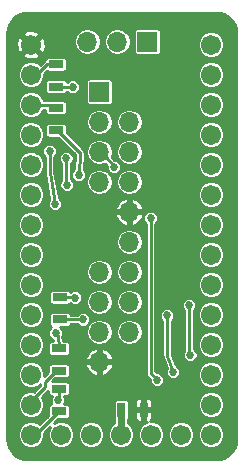
<source format=gbl>
G04 #@! TF.FileFunction,Copper,L2,Bot,Signal*
%FSLAX46Y46*%
G04 Gerber Fmt 4.6, Leading zero omitted, Abs format (unit mm)*
G04 Created by KiCad (PCBNEW 4.0.6) date 04/01/17 00:44:48*
%MOMM*%
%LPD*%
G01*
G04 APERTURE LIST*
%ADD10C,0.100000*%
%ADD11R,1.700000X1.700000*%
%ADD12O,1.700000X1.700000*%
%ADD13R,1.300000X0.700000*%
%ADD14R,0.700000X1.300000*%
%ADD15C,1.701800*%
%ADD16C,0.685800*%
%ADD17C,0.254000*%
%ADD18C,0.609600*%
G04 APERTURE END LIST*
D10*
D11*
X65875000Y-31775000D03*
D12*
X63335000Y-31775000D03*
X60795000Y-31775000D03*
D13*
X58150000Y-37375000D03*
X58150000Y-39275000D03*
X58375000Y-59650000D03*
X58375000Y-57750000D03*
D14*
X63650000Y-62950000D03*
X65550000Y-62950000D03*
D13*
X58450000Y-53400000D03*
X58450000Y-55300000D03*
X58375000Y-61175000D03*
X58375000Y-63075000D03*
X58150000Y-35575000D03*
X58150000Y-33675000D03*
D15*
X56020001Y-34575000D03*
X56020001Y-37115000D03*
X56020001Y-39655000D03*
X56020001Y-42195000D03*
X56020001Y-44735000D03*
X56020001Y-47275000D03*
X56020001Y-49815000D03*
X56020001Y-52355000D03*
X56020001Y-54895000D03*
X56020001Y-57435000D03*
X56020001Y-59975000D03*
X56020001Y-62515000D03*
X56020001Y-65055000D03*
X71260001Y-65055000D03*
X71260001Y-62515000D03*
X71260001Y-59975000D03*
X71260001Y-57435000D03*
X71260001Y-54895000D03*
X71260001Y-52355000D03*
X71260001Y-49815000D03*
X71260001Y-47275000D03*
X71260001Y-44735000D03*
X71260001Y-42195000D03*
X71260001Y-39655000D03*
X71260001Y-37115000D03*
X71260001Y-34575000D03*
X71260001Y-32035000D03*
X56020001Y-32035000D03*
X58560001Y-65055000D03*
X61100001Y-65055000D03*
X63640001Y-65055000D03*
X66180001Y-65055000D03*
X68720001Y-65055000D03*
D11*
X61800000Y-36025000D03*
D12*
X61800000Y-38565000D03*
X64340000Y-38565000D03*
X61800000Y-41105000D03*
X64340000Y-41105000D03*
X61800000Y-43645000D03*
X64340000Y-43645000D03*
X64340000Y-46185000D03*
X64340000Y-48725000D03*
X61800000Y-51265000D03*
X64340000Y-51265000D03*
X61800000Y-53805000D03*
X64340000Y-53805000D03*
X61800000Y-56345000D03*
X64340000Y-56345000D03*
X61800000Y-58885000D03*
D16*
X60400000Y-55300000D03*
X60050000Y-43050000D03*
X57600000Y-41050000D03*
X58050000Y-45500000D03*
X58100000Y-56450000D03*
X59750000Y-53450000D03*
X59000000Y-41650000D03*
X59050000Y-43900000D03*
X58300000Y-62150000D03*
X59550000Y-35600000D03*
X66700000Y-60400000D03*
X66150000Y-46700000D03*
X63050000Y-42400000D03*
X68050000Y-59750000D03*
X67550000Y-54950000D03*
X69500000Y-58300000D03*
X69400000Y-54100000D03*
D17*
X58450000Y-55300000D02*
X60400000Y-55300000D01*
X56020001Y-37115000D02*
X57940000Y-37165000D01*
X57940000Y-37165000D02*
X58150000Y-37375000D01*
X60050000Y-43050000D02*
X60150000Y-41150000D01*
X60100000Y-41100000D02*
X58225000Y-39225000D01*
X60150000Y-41150000D02*
X60100000Y-41100000D01*
X58150000Y-39275000D02*
X58225000Y-39225000D01*
X56020001Y-62515000D02*
X56020001Y-62229999D01*
X56020001Y-62229999D02*
X57225000Y-61025000D01*
X57225000Y-61025000D02*
X57225000Y-60575000D01*
X57225000Y-60575000D02*
X58150000Y-59650000D01*
X58150000Y-59650000D02*
X58375000Y-59650000D01*
X58375000Y-57750000D02*
X58275000Y-56625000D01*
X57600000Y-42850000D02*
X57600000Y-41050000D01*
X58050000Y-45500000D02*
X57600000Y-42850000D01*
X58275000Y-56625000D02*
X58100000Y-56450000D01*
D18*
X63640001Y-65055000D02*
X63640001Y-62959999D01*
X63640001Y-62959999D02*
X63650000Y-62950000D01*
D17*
X59750000Y-53450000D02*
X59700000Y-53400000D01*
X58450000Y-53400000D02*
X59700000Y-53400000D01*
X59000000Y-41650000D02*
X59000000Y-43850000D01*
X59000000Y-43850000D02*
X59050000Y-43900000D01*
X58375000Y-61175000D02*
X58375000Y-62075000D01*
X58375000Y-62075000D02*
X58300000Y-62150000D01*
X59050000Y-43900000D02*
X58950000Y-43800000D01*
X56020001Y-65055000D02*
X56395000Y-65055000D01*
X56395000Y-65055000D02*
X58375000Y-63075000D01*
X58150000Y-35575000D02*
X59525000Y-35575000D01*
X59525000Y-35575000D02*
X59550000Y-35600000D01*
X56020001Y-34575000D02*
X56475000Y-34575000D01*
X56475000Y-34575000D02*
X57375000Y-33675000D01*
X57375000Y-33675000D02*
X58150000Y-33675000D01*
X66700000Y-60400000D02*
X66150000Y-59850000D01*
X66150000Y-59850000D02*
X66150000Y-46700000D01*
X63050000Y-42400000D02*
X62850000Y-42150000D01*
X62850000Y-42150000D02*
X62005000Y-41105000D01*
X62005000Y-41105000D02*
X61800000Y-41105000D01*
X68050000Y-59750000D02*
X67550000Y-58350000D01*
X67550000Y-58350000D02*
X67550000Y-54950000D01*
X69500000Y-58300000D02*
X69400000Y-58200000D01*
X69400000Y-58200000D02*
X69400000Y-54100000D01*
G36*
X72054146Y-29377057D02*
X72371319Y-29475846D01*
X72659033Y-29632365D01*
X72910259Y-29839741D01*
X73117635Y-30090967D01*
X73274154Y-30378679D01*
X73372943Y-30695855D01*
X73409100Y-31052282D01*
X73409100Y-65421518D01*
X73372943Y-65777945D01*
X73274154Y-66095121D01*
X73117635Y-66382833D01*
X72910259Y-66634059D01*
X72659033Y-66841435D01*
X72371319Y-66997954D01*
X72054146Y-67096743D01*
X71697718Y-67132900D01*
X55728482Y-67132900D01*
X55372055Y-67096743D01*
X55054879Y-66997954D01*
X54767167Y-66841435D01*
X54515941Y-66634059D01*
X54308565Y-66382833D01*
X54152046Y-66095119D01*
X54053257Y-65777946D01*
X54017100Y-65421518D01*
X54017100Y-60198844D01*
X54889505Y-60198844D01*
X55061220Y-60614427D01*
X55378901Y-60932663D01*
X55794184Y-61105103D01*
X56243845Y-61105496D01*
X56659428Y-60933781D01*
X56818600Y-60774887D01*
X56818600Y-60856664D01*
X56277296Y-61397968D01*
X56245818Y-61384897D01*
X55796157Y-61384504D01*
X55380574Y-61556219D01*
X55062338Y-61873900D01*
X54889898Y-62289183D01*
X54889505Y-62738844D01*
X55061220Y-63154427D01*
X55378901Y-63472663D01*
X55794184Y-63645103D01*
X56243845Y-63645496D01*
X56659428Y-63473781D01*
X56977664Y-63156100D01*
X57150104Y-62740817D01*
X57150497Y-62291156D01*
X56978782Y-61875573D01*
X56963985Y-61860751D01*
X57440127Y-61384609D01*
X57440127Y-61525000D01*
X57459609Y-61628539D01*
X57520801Y-61723634D01*
X57614168Y-61787429D01*
X57725000Y-61809873D01*
X57767416Y-61809873D01*
X57677808Y-62025674D01*
X57677592Y-62273240D01*
X57746548Y-62440127D01*
X57725000Y-62440127D01*
X57621461Y-62459609D01*
X57526366Y-62520801D01*
X57462571Y-62614168D01*
X57440127Y-62725000D01*
X57440127Y-63425000D01*
X57441732Y-63433532D01*
X56719463Y-64155801D01*
X56661101Y-64097337D01*
X56245818Y-63924897D01*
X55796157Y-63924504D01*
X55380574Y-64096219D01*
X55062338Y-64413900D01*
X54889898Y-64829183D01*
X54889505Y-65278844D01*
X55061220Y-65694427D01*
X55378901Y-66012663D01*
X55794184Y-66185103D01*
X56243845Y-66185496D01*
X56659428Y-66013781D01*
X56977664Y-65696100D01*
X57150104Y-65280817D01*
X57150459Y-64874277D01*
X57596304Y-64428432D01*
X57429898Y-64829183D01*
X57429505Y-65278844D01*
X57601220Y-65694427D01*
X57918901Y-66012663D01*
X58334184Y-66185103D01*
X58783845Y-66185496D01*
X59199428Y-66013781D01*
X59517664Y-65696100D01*
X59690104Y-65280817D01*
X59690105Y-65278844D01*
X59969505Y-65278844D01*
X60141220Y-65694427D01*
X60458901Y-66012663D01*
X60874184Y-66185103D01*
X61323845Y-66185496D01*
X61739428Y-66013781D01*
X62057664Y-65696100D01*
X62230104Y-65280817D01*
X62230105Y-65278844D01*
X62509505Y-65278844D01*
X62681220Y-65694427D01*
X62998901Y-66012663D01*
X63414184Y-66185103D01*
X63863845Y-66185496D01*
X64279428Y-66013781D01*
X64597664Y-65696100D01*
X64770104Y-65280817D01*
X64770105Y-65278844D01*
X65049505Y-65278844D01*
X65221220Y-65694427D01*
X65538901Y-66012663D01*
X65954184Y-66185103D01*
X66403845Y-66185496D01*
X66819428Y-66013781D01*
X67137664Y-65696100D01*
X67310104Y-65280817D01*
X67310105Y-65278844D01*
X67589505Y-65278844D01*
X67761220Y-65694427D01*
X68078901Y-66012663D01*
X68494184Y-66185103D01*
X68943845Y-66185496D01*
X69359428Y-66013781D01*
X69677664Y-65696100D01*
X69850104Y-65280817D01*
X69850105Y-65278844D01*
X70129505Y-65278844D01*
X70301220Y-65694427D01*
X70618901Y-66012663D01*
X71034184Y-66185103D01*
X71483845Y-66185496D01*
X71899428Y-66013781D01*
X72217664Y-65696100D01*
X72390104Y-65280817D01*
X72390497Y-64831156D01*
X72218782Y-64415573D01*
X71901101Y-64097337D01*
X71485818Y-63924897D01*
X71036157Y-63924504D01*
X70620574Y-64096219D01*
X70302338Y-64413900D01*
X70129898Y-64829183D01*
X70129505Y-65278844D01*
X69850105Y-65278844D01*
X69850497Y-64831156D01*
X69678782Y-64415573D01*
X69361101Y-64097337D01*
X68945818Y-63924897D01*
X68496157Y-63924504D01*
X68080574Y-64096219D01*
X67762338Y-64413900D01*
X67589898Y-64829183D01*
X67589505Y-65278844D01*
X67310105Y-65278844D01*
X67310497Y-64831156D01*
X67138782Y-64415573D01*
X66821101Y-64097337D01*
X66405818Y-63924897D01*
X66111851Y-63924640D01*
X66115820Y-63922996D01*
X66222996Y-63815819D01*
X66281000Y-63675785D01*
X66281000Y-63172250D01*
X66185750Y-63077000D01*
X65677000Y-63077000D01*
X65677000Y-63885750D01*
X65772250Y-63981000D01*
X65819426Y-63981000D01*
X65540574Y-64096219D01*
X65222338Y-64413900D01*
X65049898Y-64829183D01*
X65049505Y-65278844D01*
X64770105Y-65278844D01*
X64770497Y-64831156D01*
X64598782Y-64415573D01*
X64281101Y-64097337D01*
X64224201Y-64073710D01*
X64224201Y-63766780D01*
X64262429Y-63710832D01*
X64284873Y-63600000D01*
X64284873Y-63172250D01*
X64819000Y-63172250D01*
X64819000Y-63675785D01*
X64877004Y-63815819D01*
X64984180Y-63922996D01*
X65124214Y-63981000D01*
X65327750Y-63981000D01*
X65423000Y-63885750D01*
X65423000Y-63077000D01*
X64914250Y-63077000D01*
X64819000Y-63172250D01*
X64284873Y-63172250D01*
X64284873Y-62300000D01*
X64270614Y-62224215D01*
X64819000Y-62224215D01*
X64819000Y-62727750D01*
X64914250Y-62823000D01*
X65423000Y-62823000D01*
X65423000Y-62014250D01*
X65677000Y-62014250D01*
X65677000Y-62823000D01*
X66185750Y-62823000D01*
X66269906Y-62738844D01*
X70129505Y-62738844D01*
X70301220Y-63154427D01*
X70618901Y-63472663D01*
X71034184Y-63645103D01*
X71483845Y-63645496D01*
X71899428Y-63473781D01*
X72217664Y-63156100D01*
X72390104Y-62740817D01*
X72390497Y-62291156D01*
X72218782Y-61875573D01*
X71901101Y-61557337D01*
X71485818Y-61384897D01*
X71036157Y-61384504D01*
X70620574Y-61556219D01*
X70302338Y-61873900D01*
X70129898Y-62289183D01*
X70129505Y-62738844D01*
X66269906Y-62738844D01*
X66281000Y-62727750D01*
X66281000Y-62224215D01*
X66222996Y-62084181D01*
X66115820Y-61977004D01*
X65975786Y-61919000D01*
X65772250Y-61919000D01*
X65677000Y-62014250D01*
X65423000Y-62014250D01*
X65327750Y-61919000D01*
X65124214Y-61919000D01*
X64984180Y-61977004D01*
X64877004Y-62084181D01*
X64819000Y-62224215D01*
X64270614Y-62224215D01*
X64265391Y-62196461D01*
X64204199Y-62101366D01*
X64110832Y-62037571D01*
X64000000Y-62015127D01*
X63300000Y-62015127D01*
X63196461Y-62034609D01*
X63101366Y-62095801D01*
X63037571Y-62189168D01*
X63015127Y-62300000D01*
X63015127Y-63600000D01*
X63034609Y-63703539D01*
X63055801Y-63736472D01*
X63055801Y-64073400D01*
X63000574Y-64096219D01*
X62682338Y-64413900D01*
X62509898Y-64829183D01*
X62509505Y-65278844D01*
X62230105Y-65278844D01*
X62230497Y-64831156D01*
X62058782Y-64415573D01*
X61741101Y-64097337D01*
X61325818Y-63924897D01*
X60876157Y-63924504D01*
X60460574Y-64096219D01*
X60142338Y-64413900D01*
X59969898Y-64829183D01*
X59969505Y-65278844D01*
X59690105Y-65278844D01*
X59690497Y-64831156D01*
X59518782Y-64415573D01*
X59201101Y-64097337D01*
X58785818Y-63924897D01*
X58336157Y-63924504D01*
X57934110Y-64090626D01*
X58314863Y-63709873D01*
X59025000Y-63709873D01*
X59128539Y-63690391D01*
X59223634Y-63629199D01*
X59287429Y-63535832D01*
X59309873Y-63425000D01*
X59309873Y-62725000D01*
X59290391Y-62621461D01*
X59229199Y-62526366D01*
X59135832Y-62462571D01*
X59025000Y-62440127D01*
X58853346Y-62440127D01*
X58922192Y-62274326D01*
X58922408Y-62026760D01*
X58832792Y-61809873D01*
X59025000Y-61809873D01*
X59128539Y-61790391D01*
X59223634Y-61729199D01*
X59287429Y-61635832D01*
X59309873Y-61525000D01*
X59309873Y-60825000D01*
X59290391Y-60721461D01*
X59229199Y-60626366D01*
X59135832Y-60562571D01*
X59025000Y-60540127D01*
X57834609Y-60540127D01*
X58089864Y-60284873D01*
X59025000Y-60284873D01*
X59128539Y-60265391D01*
X59223634Y-60204199D01*
X59287429Y-60110832D01*
X59309873Y-60000000D01*
X59309873Y-59300000D01*
X59291430Y-59201980D01*
X60610511Y-59201980D01*
X60734755Y-59501964D01*
X61051944Y-59862652D01*
X61483018Y-60074501D01*
X61673000Y-60014193D01*
X61673000Y-59012000D01*
X61927000Y-59012000D01*
X61927000Y-60014193D01*
X62116982Y-60074501D01*
X62548056Y-59862652D01*
X62865245Y-59501964D01*
X62989489Y-59201980D01*
X62928627Y-59012000D01*
X61927000Y-59012000D01*
X61673000Y-59012000D01*
X60671373Y-59012000D01*
X60610511Y-59201980D01*
X59291430Y-59201980D01*
X59290391Y-59196461D01*
X59229199Y-59101366D01*
X59135832Y-59037571D01*
X59025000Y-59015127D01*
X57725000Y-59015127D01*
X57621461Y-59034609D01*
X57526366Y-59095801D01*
X57462571Y-59189168D01*
X57440127Y-59300000D01*
X57440127Y-59785136D01*
X57150214Y-60075050D01*
X57150497Y-59751156D01*
X56978782Y-59335573D01*
X56661101Y-59017337D01*
X56245818Y-58844897D01*
X55796157Y-58844504D01*
X55380574Y-59016219D01*
X55062338Y-59333900D01*
X54889898Y-59749183D01*
X54889505Y-60198844D01*
X54017100Y-60198844D01*
X54017100Y-58568020D01*
X60610511Y-58568020D01*
X60671373Y-58758000D01*
X61673000Y-58758000D01*
X61673000Y-57755807D01*
X61927000Y-57755807D01*
X61927000Y-58758000D01*
X62928627Y-58758000D01*
X62989489Y-58568020D01*
X62865245Y-58268036D01*
X62548056Y-57907348D01*
X62116982Y-57695499D01*
X61927000Y-57755807D01*
X61673000Y-57755807D01*
X61483018Y-57695499D01*
X61051944Y-57907348D01*
X60734755Y-58268036D01*
X60610511Y-58568020D01*
X54017100Y-58568020D01*
X54017100Y-57658844D01*
X54889505Y-57658844D01*
X55061220Y-58074427D01*
X55378901Y-58392663D01*
X55794184Y-58565103D01*
X56243845Y-58565496D01*
X56659428Y-58393781D01*
X56977664Y-58076100D01*
X57150104Y-57660817D01*
X57150331Y-57400000D01*
X57440127Y-57400000D01*
X57440127Y-58100000D01*
X57459609Y-58203539D01*
X57520801Y-58298634D01*
X57614168Y-58362429D01*
X57725000Y-58384873D01*
X59025000Y-58384873D01*
X59128539Y-58365391D01*
X59223634Y-58304199D01*
X59287429Y-58210832D01*
X59309873Y-58100000D01*
X59309873Y-57400000D01*
X59290391Y-57296461D01*
X59229199Y-57201366D01*
X59135832Y-57137571D01*
X59025000Y-57115127D01*
X58726569Y-57115127D01*
X58686202Y-56660999D01*
X58722192Y-56574326D01*
X58722408Y-56326760D01*
X58627868Y-56097956D01*
X58465070Y-55934873D01*
X59100000Y-55934873D01*
X59203539Y-55915391D01*
X59298634Y-55854199D01*
X59362429Y-55760832D01*
X59373452Y-55706400D01*
X59926393Y-55706400D01*
X60047035Y-55827253D01*
X60275674Y-55922192D01*
X60523240Y-55922408D01*
X60752044Y-55827868D01*
X60869611Y-55710506D01*
X60734444Y-55912797D01*
X60648474Y-56345000D01*
X60734444Y-56777203D01*
X60979268Y-57143606D01*
X61345671Y-57388430D01*
X61777874Y-57474400D01*
X61822126Y-57474400D01*
X62254329Y-57388430D01*
X62620732Y-57143606D01*
X62865556Y-56777203D01*
X62951526Y-56345000D01*
X63188474Y-56345000D01*
X63274444Y-56777203D01*
X63519268Y-57143606D01*
X63885671Y-57388430D01*
X64317874Y-57474400D01*
X64362126Y-57474400D01*
X64794329Y-57388430D01*
X65160732Y-57143606D01*
X65405556Y-56777203D01*
X65491526Y-56345000D01*
X65405556Y-55912797D01*
X65160732Y-55546394D01*
X64794329Y-55301570D01*
X64362126Y-55215600D01*
X64317874Y-55215600D01*
X63885671Y-55301570D01*
X63519268Y-55546394D01*
X63274444Y-55912797D01*
X63188474Y-56345000D01*
X62951526Y-56345000D01*
X62865556Y-55912797D01*
X62620732Y-55546394D01*
X62254329Y-55301570D01*
X61822126Y-55215600D01*
X61777874Y-55215600D01*
X61345671Y-55301570D01*
X60979268Y-55546394D01*
X60958761Y-55577084D01*
X61022192Y-55424326D01*
X61022408Y-55176760D01*
X60927868Y-54947956D01*
X60752965Y-54772747D01*
X60524326Y-54677808D01*
X60276760Y-54677592D01*
X60047956Y-54772132D01*
X59926275Y-54893600D01*
X59374261Y-54893600D01*
X59365391Y-54846461D01*
X59304199Y-54751366D01*
X59210832Y-54687571D01*
X59100000Y-54665127D01*
X57800000Y-54665127D01*
X57696461Y-54684609D01*
X57601366Y-54745801D01*
X57537571Y-54839168D01*
X57515127Y-54950000D01*
X57515127Y-55650000D01*
X57534609Y-55753539D01*
X57595801Y-55848634D01*
X57689168Y-55912429D01*
X57746122Y-55923963D01*
X57572747Y-56097035D01*
X57477808Y-56325674D01*
X57477592Y-56573240D01*
X57572132Y-56802044D01*
X57747035Y-56977253D01*
X57904106Y-57042475D01*
X57910564Y-57115127D01*
X57725000Y-57115127D01*
X57621461Y-57134609D01*
X57526366Y-57195801D01*
X57462571Y-57289168D01*
X57440127Y-57400000D01*
X57150331Y-57400000D01*
X57150497Y-57211156D01*
X56978782Y-56795573D01*
X56661101Y-56477337D01*
X56245818Y-56304897D01*
X55796157Y-56304504D01*
X55380574Y-56476219D01*
X55062338Y-56793900D01*
X54889898Y-57209183D01*
X54889505Y-57658844D01*
X54017100Y-57658844D01*
X54017100Y-55118844D01*
X54889505Y-55118844D01*
X55061220Y-55534427D01*
X55378901Y-55852663D01*
X55794184Y-56025103D01*
X56243845Y-56025496D01*
X56659428Y-55853781D01*
X56977664Y-55536100D01*
X57150104Y-55120817D01*
X57150497Y-54671156D01*
X56978782Y-54255573D01*
X56661101Y-53937337D01*
X56245818Y-53764897D01*
X55796157Y-53764504D01*
X55380574Y-53936219D01*
X55062338Y-54253900D01*
X54889898Y-54669183D01*
X54889505Y-55118844D01*
X54017100Y-55118844D01*
X54017100Y-52578844D01*
X54889505Y-52578844D01*
X55061220Y-52994427D01*
X55378901Y-53312663D01*
X55794184Y-53485103D01*
X56243845Y-53485496D01*
X56659428Y-53313781D01*
X56923669Y-53050000D01*
X57515127Y-53050000D01*
X57515127Y-53750000D01*
X57534609Y-53853539D01*
X57595801Y-53948634D01*
X57689168Y-54012429D01*
X57800000Y-54034873D01*
X59100000Y-54034873D01*
X59203539Y-54015391D01*
X59298634Y-53954199D01*
X59329267Y-53909366D01*
X59397035Y-53977253D01*
X59625674Y-54072192D01*
X59873240Y-54072408D01*
X60102044Y-53977868D01*
X60275214Y-53805000D01*
X60648474Y-53805000D01*
X60734444Y-54237203D01*
X60979268Y-54603606D01*
X61345671Y-54848430D01*
X61777874Y-54934400D01*
X61822126Y-54934400D01*
X62254329Y-54848430D01*
X62620732Y-54603606D01*
X62865556Y-54237203D01*
X62951526Y-53805000D01*
X63188474Y-53805000D01*
X63274444Y-54237203D01*
X63519268Y-54603606D01*
X63885671Y-54848430D01*
X64317874Y-54934400D01*
X64362126Y-54934400D01*
X64794329Y-54848430D01*
X65160732Y-54603606D01*
X65405556Y-54237203D01*
X65491526Y-53805000D01*
X65405556Y-53372797D01*
X65160732Y-53006394D01*
X64794329Y-52761570D01*
X64362126Y-52675600D01*
X64317874Y-52675600D01*
X63885671Y-52761570D01*
X63519268Y-53006394D01*
X63274444Y-53372797D01*
X63188474Y-53805000D01*
X62951526Y-53805000D01*
X62865556Y-53372797D01*
X62620732Y-53006394D01*
X62254329Y-52761570D01*
X61822126Y-52675600D01*
X61777874Y-52675600D01*
X61345671Y-52761570D01*
X60979268Y-53006394D01*
X60734444Y-53372797D01*
X60648474Y-53805000D01*
X60275214Y-53805000D01*
X60277253Y-53802965D01*
X60372192Y-53574326D01*
X60372408Y-53326760D01*
X60277868Y-53097956D01*
X60102965Y-52922747D01*
X59874326Y-52827808D01*
X59626760Y-52827592D01*
X59397956Y-52922132D01*
X59366687Y-52953347D01*
X59365391Y-52946461D01*
X59304199Y-52851366D01*
X59210832Y-52787571D01*
X59100000Y-52765127D01*
X57800000Y-52765127D01*
X57696461Y-52784609D01*
X57601366Y-52845801D01*
X57537571Y-52939168D01*
X57515127Y-53050000D01*
X56923669Y-53050000D01*
X56977664Y-52996100D01*
X57150104Y-52580817D01*
X57150497Y-52131156D01*
X56978782Y-51715573D01*
X56661101Y-51397337D01*
X56342398Y-51265000D01*
X60648474Y-51265000D01*
X60734444Y-51697203D01*
X60979268Y-52063606D01*
X61345671Y-52308430D01*
X61777874Y-52394400D01*
X61822126Y-52394400D01*
X62254329Y-52308430D01*
X62620732Y-52063606D01*
X62865556Y-51697203D01*
X62951526Y-51265000D01*
X63188474Y-51265000D01*
X63274444Y-51697203D01*
X63519268Y-52063606D01*
X63885671Y-52308430D01*
X64317874Y-52394400D01*
X64362126Y-52394400D01*
X64794329Y-52308430D01*
X65160732Y-52063606D01*
X65405556Y-51697203D01*
X65491526Y-51265000D01*
X65405556Y-50832797D01*
X65160732Y-50466394D01*
X64794329Y-50221570D01*
X64362126Y-50135600D01*
X64317874Y-50135600D01*
X63885671Y-50221570D01*
X63519268Y-50466394D01*
X63274444Y-50832797D01*
X63188474Y-51265000D01*
X62951526Y-51265000D01*
X62865556Y-50832797D01*
X62620732Y-50466394D01*
X62254329Y-50221570D01*
X61822126Y-50135600D01*
X61777874Y-50135600D01*
X61345671Y-50221570D01*
X60979268Y-50466394D01*
X60734444Y-50832797D01*
X60648474Y-51265000D01*
X56342398Y-51265000D01*
X56245818Y-51224897D01*
X55796157Y-51224504D01*
X55380574Y-51396219D01*
X55062338Y-51713900D01*
X54889898Y-52129183D01*
X54889505Y-52578844D01*
X54017100Y-52578844D01*
X54017100Y-50038844D01*
X54889505Y-50038844D01*
X55061220Y-50454427D01*
X55378901Y-50772663D01*
X55794184Y-50945103D01*
X56243845Y-50945496D01*
X56659428Y-50773781D01*
X56977664Y-50456100D01*
X57150104Y-50040817D01*
X57150497Y-49591156D01*
X56978782Y-49175573D01*
X56661101Y-48857337D01*
X56342398Y-48725000D01*
X63188474Y-48725000D01*
X63274444Y-49157203D01*
X63519268Y-49523606D01*
X63885671Y-49768430D01*
X64317874Y-49854400D01*
X64362126Y-49854400D01*
X64794329Y-49768430D01*
X65160732Y-49523606D01*
X65405556Y-49157203D01*
X65491526Y-48725000D01*
X65405556Y-48292797D01*
X65160732Y-47926394D01*
X64794329Y-47681570D01*
X64362126Y-47595600D01*
X64317874Y-47595600D01*
X63885671Y-47681570D01*
X63519268Y-47926394D01*
X63274444Y-48292797D01*
X63188474Y-48725000D01*
X56342398Y-48725000D01*
X56245818Y-48684897D01*
X55796157Y-48684504D01*
X55380574Y-48856219D01*
X55062338Y-49173900D01*
X54889898Y-49589183D01*
X54889505Y-50038844D01*
X54017100Y-50038844D01*
X54017100Y-47498844D01*
X54889505Y-47498844D01*
X55061220Y-47914427D01*
X55378901Y-48232663D01*
X55794184Y-48405103D01*
X56243845Y-48405496D01*
X56659428Y-48233781D01*
X56977664Y-47916100D01*
X57150104Y-47500817D01*
X57150497Y-47051156D01*
X56978782Y-46635573D01*
X56845422Y-46501980D01*
X63150511Y-46501980D01*
X63274755Y-46801964D01*
X63591944Y-47162652D01*
X64023018Y-47374501D01*
X64213000Y-47314193D01*
X64213000Y-46312000D01*
X64467000Y-46312000D01*
X64467000Y-47314193D01*
X64656982Y-47374501D01*
X65088056Y-47162652D01*
X65386534Y-46823240D01*
X65527592Y-46823240D01*
X65622132Y-47052044D01*
X65743600Y-47173725D01*
X65743600Y-59850000D01*
X65774535Y-60005523D01*
X65840028Y-60103539D01*
X65862632Y-60137368D01*
X66077741Y-60352477D01*
X66077592Y-60523240D01*
X66172132Y-60752044D01*
X66347035Y-60927253D01*
X66575674Y-61022192D01*
X66823240Y-61022408D01*
X67052044Y-60927868D01*
X67227253Y-60752965D01*
X67322192Y-60524326D01*
X67322408Y-60276760D01*
X67227868Y-60047956D01*
X67052965Y-59872747D01*
X66824326Y-59777808D01*
X66652394Y-59777658D01*
X66556400Y-59681664D01*
X66556400Y-55073240D01*
X66927592Y-55073240D01*
X67022132Y-55302044D01*
X67143600Y-55423725D01*
X67143600Y-58350000D01*
X67157136Y-58418050D01*
X67167276Y-58486687D01*
X67506432Y-59436325D01*
X67427808Y-59625674D01*
X67427592Y-59873240D01*
X67522132Y-60102044D01*
X67697035Y-60277253D01*
X67925674Y-60372192D01*
X68173240Y-60372408D01*
X68402044Y-60277868D01*
X68481206Y-60198844D01*
X70129505Y-60198844D01*
X70301220Y-60614427D01*
X70618901Y-60932663D01*
X71034184Y-61105103D01*
X71483845Y-61105496D01*
X71899428Y-60933781D01*
X72217664Y-60616100D01*
X72390104Y-60200817D01*
X72390497Y-59751156D01*
X72218782Y-59335573D01*
X71901101Y-59017337D01*
X71485818Y-58844897D01*
X71036157Y-58844504D01*
X70620574Y-59016219D01*
X70302338Y-59333900D01*
X70129898Y-59749183D01*
X70129505Y-60198844D01*
X68481206Y-60198844D01*
X68577253Y-60102965D01*
X68672192Y-59874326D01*
X68672408Y-59626760D01*
X68577868Y-59397956D01*
X68402965Y-59222747D01*
X68274130Y-59169250D01*
X67956400Y-58279606D01*
X67956400Y-55423607D01*
X68077253Y-55302965D01*
X68172192Y-55074326D01*
X68172408Y-54826760D01*
X68077868Y-54597956D01*
X67902965Y-54422747D01*
X67674326Y-54327808D01*
X67426760Y-54327592D01*
X67197956Y-54422132D01*
X67022747Y-54597035D01*
X66927808Y-54825674D01*
X66927592Y-55073240D01*
X66556400Y-55073240D01*
X66556400Y-54223240D01*
X68777592Y-54223240D01*
X68872132Y-54452044D01*
X68993600Y-54573725D01*
X68993600Y-57926218D01*
X68972747Y-57947035D01*
X68877808Y-58175674D01*
X68877592Y-58423240D01*
X68972132Y-58652044D01*
X69147035Y-58827253D01*
X69375674Y-58922192D01*
X69623240Y-58922408D01*
X69852044Y-58827868D01*
X70027253Y-58652965D01*
X70122192Y-58424326D01*
X70122408Y-58176760D01*
X70027868Y-57947956D01*
X69852965Y-57772747D01*
X69806400Y-57753412D01*
X69806400Y-57658844D01*
X70129505Y-57658844D01*
X70301220Y-58074427D01*
X70618901Y-58392663D01*
X71034184Y-58565103D01*
X71483845Y-58565496D01*
X71899428Y-58393781D01*
X72217664Y-58076100D01*
X72390104Y-57660817D01*
X72390497Y-57211156D01*
X72218782Y-56795573D01*
X71901101Y-56477337D01*
X71485818Y-56304897D01*
X71036157Y-56304504D01*
X70620574Y-56476219D01*
X70302338Y-56793900D01*
X70129898Y-57209183D01*
X70129505Y-57658844D01*
X69806400Y-57658844D01*
X69806400Y-55118844D01*
X70129505Y-55118844D01*
X70301220Y-55534427D01*
X70618901Y-55852663D01*
X71034184Y-56025103D01*
X71483845Y-56025496D01*
X71899428Y-55853781D01*
X72217664Y-55536100D01*
X72390104Y-55120817D01*
X72390497Y-54671156D01*
X72218782Y-54255573D01*
X71901101Y-53937337D01*
X71485818Y-53764897D01*
X71036157Y-53764504D01*
X70620574Y-53936219D01*
X70302338Y-54253900D01*
X70129898Y-54669183D01*
X70129505Y-55118844D01*
X69806400Y-55118844D01*
X69806400Y-54573607D01*
X69927253Y-54452965D01*
X70022192Y-54224326D01*
X70022408Y-53976760D01*
X69927868Y-53747956D01*
X69752965Y-53572747D01*
X69524326Y-53477808D01*
X69276760Y-53477592D01*
X69047956Y-53572132D01*
X68872747Y-53747035D01*
X68777808Y-53975674D01*
X68777592Y-54223240D01*
X66556400Y-54223240D01*
X66556400Y-52578844D01*
X70129505Y-52578844D01*
X70301220Y-52994427D01*
X70618901Y-53312663D01*
X71034184Y-53485103D01*
X71483845Y-53485496D01*
X71899428Y-53313781D01*
X72217664Y-52996100D01*
X72390104Y-52580817D01*
X72390497Y-52131156D01*
X72218782Y-51715573D01*
X71901101Y-51397337D01*
X71485818Y-51224897D01*
X71036157Y-51224504D01*
X70620574Y-51396219D01*
X70302338Y-51713900D01*
X70129898Y-52129183D01*
X70129505Y-52578844D01*
X66556400Y-52578844D01*
X66556400Y-50038844D01*
X70129505Y-50038844D01*
X70301220Y-50454427D01*
X70618901Y-50772663D01*
X71034184Y-50945103D01*
X71483845Y-50945496D01*
X71899428Y-50773781D01*
X72217664Y-50456100D01*
X72390104Y-50040817D01*
X72390497Y-49591156D01*
X72218782Y-49175573D01*
X71901101Y-48857337D01*
X71485818Y-48684897D01*
X71036157Y-48684504D01*
X70620574Y-48856219D01*
X70302338Y-49173900D01*
X70129898Y-49589183D01*
X70129505Y-50038844D01*
X66556400Y-50038844D01*
X66556400Y-47498844D01*
X70129505Y-47498844D01*
X70301220Y-47914427D01*
X70618901Y-48232663D01*
X71034184Y-48405103D01*
X71483845Y-48405496D01*
X71899428Y-48233781D01*
X72217664Y-47916100D01*
X72390104Y-47500817D01*
X72390497Y-47051156D01*
X72218782Y-46635573D01*
X71901101Y-46317337D01*
X71485818Y-46144897D01*
X71036157Y-46144504D01*
X70620574Y-46316219D01*
X70302338Y-46633900D01*
X70129898Y-47049183D01*
X70129505Y-47498844D01*
X66556400Y-47498844D01*
X66556400Y-47173607D01*
X66677253Y-47052965D01*
X66772192Y-46824326D01*
X66772408Y-46576760D01*
X66677868Y-46347956D01*
X66502965Y-46172747D01*
X66274326Y-46077808D01*
X66026760Y-46077592D01*
X65797956Y-46172132D01*
X65622747Y-46347035D01*
X65527808Y-46575674D01*
X65527592Y-46823240D01*
X65386534Y-46823240D01*
X65405245Y-46801964D01*
X65529489Y-46501980D01*
X65468627Y-46312000D01*
X64467000Y-46312000D01*
X64213000Y-46312000D01*
X63211373Y-46312000D01*
X63150511Y-46501980D01*
X56845422Y-46501980D01*
X56661101Y-46317337D01*
X56245818Y-46144897D01*
X55796157Y-46144504D01*
X55380574Y-46316219D01*
X55062338Y-46633900D01*
X54889898Y-47049183D01*
X54889505Y-47498844D01*
X54017100Y-47498844D01*
X54017100Y-44958844D01*
X54889505Y-44958844D01*
X55061220Y-45374427D01*
X55378901Y-45692663D01*
X55794184Y-45865103D01*
X56243845Y-45865496D01*
X56659428Y-45693781D01*
X56977664Y-45376100D01*
X57150104Y-44960817D01*
X57150497Y-44511156D01*
X56978782Y-44095573D01*
X56661101Y-43777337D01*
X56245818Y-43604897D01*
X55796157Y-43604504D01*
X55380574Y-43776219D01*
X55062338Y-44093900D01*
X54889898Y-44509183D01*
X54889505Y-44958844D01*
X54017100Y-44958844D01*
X54017100Y-42418844D01*
X54889505Y-42418844D01*
X55061220Y-42834427D01*
X55378901Y-43152663D01*
X55794184Y-43325103D01*
X56243845Y-43325496D01*
X56659428Y-43153781D01*
X56977664Y-42836100D01*
X57150104Y-42420817D01*
X57150497Y-41971156D01*
X56978782Y-41555573D01*
X56661101Y-41237337D01*
X56506738Y-41173240D01*
X56977592Y-41173240D01*
X57072132Y-41402044D01*
X57193600Y-41523725D01*
X57193600Y-42850000D01*
X57200302Y-42883696D01*
X57199336Y-42918037D01*
X57569859Y-45100005D01*
X57522747Y-45147035D01*
X57427808Y-45375674D01*
X57427592Y-45623240D01*
X57522132Y-45852044D01*
X57697035Y-46027253D01*
X57925674Y-46122192D01*
X58173240Y-46122408D01*
X58402044Y-46027868D01*
X58562171Y-45868020D01*
X63150511Y-45868020D01*
X63211373Y-46058000D01*
X64213000Y-46058000D01*
X64213000Y-45055807D01*
X64467000Y-45055807D01*
X64467000Y-46058000D01*
X65468627Y-46058000D01*
X65529489Y-45868020D01*
X65405245Y-45568036D01*
X65088056Y-45207348D01*
X64656982Y-44995499D01*
X64467000Y-45055807D01*
X64213000Y-45055807D01*
X64023018Y-44995499D01*
X63591944Y-45207348D01*
X63274755Y-45568036D01*
X63150511Y-45868020D01*
X58562171Y-45868020D01*
X58577253Y-45852965D01*
X58672192Y-45624326D01*
X58672408Y-45376760D01*
X58577868Y-45147956D01*
X58402965Y-44972747D01*
X58370387Y-44959219D01*
X58370324Y-44958844D01*
X70129505Y-44958844D01*
X70301220Y-45374427D01*
X70618901Y-45692663D01*
X71034184Y-45865103D01*
X71483845Y-45865496D01*
X71899428Y-45693781D01*
X72217664Y-45376100D01*
X72390104Y-44960817D01*
X72390497Y-44511156D01*
X72218782Y-44095573D01*
X71901101Y-43777337D01*
X71485818Y-43604897D01*
X71036157Y-43604504D01*
X70620574Y-43776219D01*
X70302338Y-44093900D01*
X70129898Y-44509183D01*
X70129505Y-44958844D01*
X58370324Y-44958844D01*
X58006400Y-42815742D01*
X58006400Y-41773240D01*
X58377592Y-41773240D01*
X58472132Y-42002044D01*
X58593600Y-42123725D01*
X58593600Y-43476306D01*
X58522747Y-43547035D01*
X58427808Y-43775674D01*
X58427592Y-44023240D01*
X58522132Y-44252044D01*
X58697035Y-44427253D01*
X58925674Y-44522192D01*
X59173240Y-44522408D01*
X59402044Y-44427868D01*
X59577253Y-44252965D01*
X59672192Y-44024326D01*
X59672408Y-43776760D01*
X59577868Y-43547956D01*
X59406400Y-43376188D01*
X59406400Y-42123607D01*
X59527253Y-42002965D01*
X59622192Y-41774326D01*
X59622408Y-41526760D01*
X59527868Y-41297956D01*
X59352965Y-41122747D01*
X59124326Y-41027808D01*
X58876760Y-41027592D01*
X58647956Y-41122132D01*
X58472747Y-41297035D01*
X58377808Y-41525674D01*
X58377592Y-41773240D01*
X58006400Y-41773240D01*
X58006400Y-41523607D01*
X58127253Y-41402965D01*
X58222192Y-41174326D01*
X58222408Y-40926760D01*
X58127868Y-40697956D01*
X57952965Y-40522747D01*
X57724326Y-40427808D01*
X57476760Y-40427592D01*
X57247956Y-40522132D01*
X57072747Y-40697035D01*
X56977808Y-40925674D01*
X56977592Y-41173240D01*
X56506738Y-41173240D01*
X56245818Y-41064897D01*
X55796157Y-41064504D01*
X55380574Y-41236219D01*
X55062338Y-41553900D01*
X54889898Y-41969183D01*
X54889505Y-42418844D01*
X54017100Y-42418844D01*
X54017100Y-39878844D01*
X54889505Y-39878844D01*
X55061220Y-40294427D01*
X55378901Y-40612663D01*
X55794184Y-40785103D01*
X56243845Y-40785496D01*
X56659428Y-40613781D01*
X56977664Y-40296100D01*
X57150104Y-39880817D01*
X57150497Y-39431156D01*
X56978782Y-39015573D01*
X56888367Y-38925000D01*
X57215127Y-38925000D01*
X57215127Y-39625000D01*
X57234609Y-39728539D01*
X57295801Y-39823634D01*
X57389168Y-39887429D01*
X57500000Y-39909873D01*
X58335137Y-39909873D01*
X59734649Y-41309385D01*
X59669316Y-42550722D01*
X59522747Y-42697035D01*
X59427808Y-42925674D01*
X59427592Y-43173240D01*
X59522132Y-43402044D01*
X59697035Y-43577253D01*
X59925674Y-43672192D01*
X60173240Y-43672408D01*
X60402044Y-43577868D01*
X60577253Y-43402965D01*
X60672192Y-43174326D01*
X60672408Y-42926760D01*
X60577868Y-42697956D01*
X60480618Y-42600536D01*
X60555838Y-41171360D01*
X60554285Y-41160633D01*
X60556400Y-41150000D01*
X60547449Y-41105000D01*
X60648474Y-41105000D01*
X60734444Y-41537203D01*
X60979268Y-41903606D01*
X61345671Y-42148430D01*
X61777874Y-42234400D01*
X61822126Y-42234400D01*
X62254329Y-42148430D01*
X62300919Y-42117300D01*
X62428206Y-42274715D01*
X62427808Y-42275674D01*
X62427592Y-42523240D01*
X62522132Y-42752044D01*
X62607474Y-42837535D01*
X62254329Y-42601570D01*
X61822126Y-42515600D01*
X61777874Y-42515600D01*
X61345671Y-42601570D01*
X60979268Y-42846394D01*
X60734444Y-43212797D01*
X60648474Y-43645000D01*
X60734444Y-44077203D01*
X60979268Y-44443606D01*
X61345671Y-44688430D01*
X61777874Y-44774400D01*
X61822126Y-44774400D01*
X62254329Y-44688430D01*
X62620732Y-44443606D01*
X62865556Y-44077203D01*
X62951526Y-43645000D01*
X63188474Y-43645000D01*
X63274444Y-44077203D01*
X63519268Y-44443606D01*
X63885671Y-44688430D01*
X64317874Y-44774400D01*
X64362126Y-44774400D01*
X64794329Y-44688430D01*
X65160732Y-44443606D01*
X65405556Y-44077203D01*
X65491526Y-43645000D01*
X65405556Y-43212797D01*
X65160732Y-42846394D01*
X64794329Y-42601570D01*
X64362126Y-42515600D01*
X64317874Y-42515600D01*
X63885671Y-42601570D01*
X63519268Y-42846394D01*
X63274444Y-43212797D01*
X63188474Y-43645000D01*
X62951526Y-43645000D01*
X62865556Y-43212797D01*
X62629669Y-42859769D01*
X62697035Y-42927253D01*
X62925674Y-43022192D01*
X63173240Y-43022408D01*
X63402044Y-42927868D01*
X63577253Y-42752965D01*
X63672192Y-42524326D01*
X63672284Y-42418844D01*
X70129505Y-42418844D01*
X70301220Y-42834427D01*
X70618901Y-43152663D01*
X71034184Y-43325103D01*
X71483845Y-43325496D01*
X71899428Y-43153781D01*
X72217664Y-42836100D01*
X72390104Y-42420817D01*
X72390497Y-41971156D01*
X72218782Y-41555573D01*
X71901101Y-41237337D01*
X71485818Y-41064897D01*
X71036157Y-41064504D01*
X70620574Y-41236219D01*
X70302338Y-41553900D01*
X70129898Y-41969183D01*
X70129505Y-42418844D01*
X63672284Y-42418844D01*
X63672408Y-42276760D01*
X63577868Y-42047956D01*
X63402965Y-41872747D01*
X63174326Y-41777808D01*
X63071608Y-41777718D01*
X62867840Y-41525721D01*
X62951526Y-41105000D01*
X63188474Y-41105000D01*
X63274444Y-41537203D01*
X63519268Y-41903606D01*
X63885671Y-42148430D01*
X64317874Y-42234400D01*
X64362126Y-42234400D01*
X64794329Y-42148430D01*
X65160732Y-41903606D01*
X65405556Y-41537203D01*
X65491526Y-41105000D01*
X65405556Y-40672797D01*
X65160732Y-40306394D01*
X64794329Y-40061570D01*
X64362126Y-39975600D01*
X64317874Y-39975600D01*
X63885671Y-40061570D01*
X63519268Y-40306394D01*
X63274444Y-40672797D01*
X63188474Y-41105000D01*
X62951526Y-41105000D01*
X62865556Y-40672797D01*
X62620732Y-40306394D01*
X62254329Y-40061570D01*
X61822126Y-39975600D01*
X61777874Y-39975600D01*
X61345671Y-40061570D01*
X60979268Y-40306394D01*
X60734444Y-40672797D01*
X60648474Y-41105000D01*
X60547449Y-41105000D01*
X60542977Y-41082518D01*
X60533120Y-41014426D01*
X60527580Y-41005109D01*
X60525465Y-40994478D01*
X60487243Y-40937276D01*
X60452075Y-40878133D01*
X60443390Y-40871645D01*
X60437368Y-40862632D01*
X59453580Y-39878844D01*
X70129505Y-39878844D01*
X70301220Y-40294427D01*
X70618901Y-40612663D01*
X71034184Y-40785103D01*
X71483845Y-40785496D01*
X71899428Y-40613781D01*
X72217664Y-40296100D01*
X72390104Y-39880817D01*
X72390497Y-39431156D01*
X72218782Y-39015573D01*
X71901101Y-38697337D01*
X71485818Y-38524897D01*
X71036157Y-38524504D01*
X70620574Y-38696219D01*
X70302338Y-39013900D01*
X70129898Y-39429183D01*
X70129505Y-39878844D01*
X59453580Y-39878844D01*
X59084873Y-39510137D01*
X59084873Y-38925000D01*
X59065391Y-38821461D01*
X59004199Y-38726366D01*
X58910832Y-38662571D01*
X58800000Y-38640127D01*
X57500000Y-38640127D01*
X57396461Y-38659609D01*
X57301366Y-38720801D01*
X57237571Y-38814168D01*
X57215127Y-38925000D01*
X56888367Y-38925000D01*
X56661101Y-38697337D01*
X56342398Y-38565000D01*
X60648474Y-38565000D01*
X60734444Y-38997203D01*
X60979268Y-39363606D01*
X61345671Y-39608430D01*
X61777874Y-39694400D01*
X61822126Y-39694400D01*
X62254329Y-39608430D01*
X62620732Y-39363606D01*
X62865556Y-38997203D01*
X62951526Y-38565000D01*
X63188474Y-38565000D01*
X63274444Y-38997203D01*
X63519268Y-39363606D01*
X63885671Y-39608430D01*
X64317874Y-39694400D01*
X64362126Y-39694400D01*
X64794329Y-39608430D01*
X65160732Y-39363606D01*
X65405556Y-38997203D01*
X65491526Y-38565000D01*
X65405556Y-38132797D01*
X65160732Y-37766394D01*
X64794329Y-37521570D01*
X64362126Y-37435600D01*
X64317874Y-37435600D01*
X63885671Y-37521570D01*
X63519268Y-37766394D01*
X63274444Y-38132797D01*
X63188474Y-38565000D01*
X62951526Y-38565000D01*
X62865556Y-38132797D01*
X62620732Y-37766394D01*
X62254329Y-37521570D01*
X61822126Y-37435600D01*
X61777874Y-37435600D01*
X61345671Y-37521570D01*
X60979268Y-37766394D01*
X60734444Y-38132797D01*
X60648474Y-38565000D01*
X56342398Y-38565000D01*
X56245818Y-38524897D01*
X55796157Y-38524504D01*
X55380574Y-38696219D01*
X55062338Y-39013900D01*
X54889898Y-39429183D01*
X54889505Y-39878844D01*
X54017100Y-39878844D01*
X54017100Y-37338844D01*
X54889505Y-37338844D01*
X55061220Y-37754427D01*
X55378901Y-38072663D01*
X55794184Y-38245103D01*
X56243845Y-38245496D01*
X56659428Y-38073781D01*
X56977664Y-37756100D01*
X57063776Y-37548719D01*
X57215127Y-37552661D01*
X57215127Y-37725000D01*
X57234609Y-37828539D01*
X57295801Y-37923634D01*
X57389168Y-37987429D01*
X57500000Y-38009873D01*
X58800000Y-38009873D01*
X58903539Y-37990391D01*
X58998634Y-37929199D01*
X59062429Y-37835832D01*
X59084873Y-37725000D01*
X59084873Y-37338844D01*
X70129505Y-37338844D01*
X70301220Y-37754427D01*
X70618901Y-38072663D01*
X71034184Y-38245103D01*
X71483845Y-38245496D01*
X71899428Y-38073781D01*
X72217664Y-37756100D01*
X72390104Y-37340817D01*
X72390497Y-36891156D01*
X72218782Y-36475573D01*
X71901101Y-36157337D01*
X71485818Y-35984897D01*
X71036157Y-35984504D01*
X70620574Y-36156219D01*
X70302338Y-36473900D01*
X70129898Y-36889183D01*
X70129505Y-37338844D01*
X59084873Y-37338844D01*
X59084873Y-37025000D01*
X59065391Y-36921461D01*
X59004199Y-36826366D01*
X58910832Y-36762571D01*
X58800000Y-36740127D01*
X57500000Y-36740127D01*
X57467894Y-36746168D01*
X57086485Y-36736236D01*
X56978782Y-36475573D01*
X56661101Y-36157337D01*
X56245818Y-35984897D01*
X55796157Y-35984504D01*
X55380574Y-36156219D01*
X55062338Y-36473900D01*
X54889898Y-36889183D01*
X54889505Y-37338844D01*
X54017100Y-37338844D01*
X54017100Y-34798844D01*
X54889505Y-34798844D01*
X55061220Y-35214427D01*
X55378901Y-35532663D01*
X55794184Y-35705103D01*
X56243845Y-35705496D01*
X56659428Y-35533781D01*
X56968748Y-35225000D01*
X57215127Y-35225000D01*
X57215127Y-35925000D01*
X57234609Y-36028539D01*
X57295801Y-36123634D01*
X57389168Y-36187429D01*
X57500000Y-36209873D01*
X58800000Y-36209873D01*
X58903539Y-36190391D01*
X58998634Y-36129199D01*
X59062429Y-36035832D01*
X59069739Y-35999734D01*
X59197035Y-36127253D01*
X59425674Y-36222192D01*
X59673240Y-36222408D01*
X59902044Y-36127868D01*
X60077253Y-35952965D01*
X60172192Y-35724326D01*
X60172408Y-35476760D01*
X60077868Y-35247956D01*
X60005040Y-35175000D01*
X60665127Y-35175000D01*
X60665127Y-36875000D01*
X60684609Y-36978539D01*
X60745801Y-37073634D01*
X60839168Y-37137429D01*
X60950000Y-37159873D01*
X62650000Y-37159873D01*
X62753539Y-37140391D01*
X62848634Y-37079199D01*
X62912429Y-36985832D01*
X62934873Y-36875000D01*
X62934873Y-35175000D01*
X62915391Y-35071461D01*
X62854199Y-34976366D01*
X62760832Y-34912571D01*
X62650000Y-34890127D01*
X60950000Y-34890127D01*
X60846461Y-34909609D01*
X60751366Y-34970801D01*
X60687571Y-35064168D01*
X60665127Y-35175000D01*
X60005040Y-35175000D01*
X59902965Y-35072747D01*
X59674326Y-34977808D01*
X59426760Y-34977592D01*
X59197956Y-35072132D01*
X59101319Y-35168600D01*
X59074261Y-35168600D01*
X59065391Y-35121461D01*
X59004199Y-35026366D01*
X58910832Y-34962571D01*
X58800000Y-34940127D01*
X57500000Y-34940127D01*
X57396461Y-34959609D01*
X57301366Y-35020801D01*
X57237571Y-35114168D01*
X57215127Y-35225000D01*
X56968748Y-35225000D01*
X56977664Y-35216100D01*
X57150104Y-34800817D01*
X57150105Y-34798844D01*
X70129505Y-34798844D01*
X70301220Y-35214427D01*
X70618901Y-35532663D01*
X71034184Y-35705103D01*
X71483845Y-35705496D01*
X71899428Y-35533781D01*
X72217664Y-35216100D01*
X72390104Y-34800817D01*
X72390497Y-34351156D01*
X72218782Y-33935573D01*
X71901101Y-33617337D01*
X71485818Y-33444897D01*
X71036157Y-33444504D01*
X70620574Y-33616219D01*
X70302338Y-33933900D01*
X70129898Y-34349183D01*
X70129505Y-34798844D01*
X57150105Y-34798844D01*
X57150389Y-34474347D01*
X57358358Y-34266378D01*
X57389168Y-34287429D01*
X57500000Y-34309873D01*
X58800000Y-34309873D01*
X58903539Y-34290391D01*
X58998634Y-34229199D01*
X59062429Y-34135832D01*
X59084873Y-34025000D01*
X59084873Y-33325000D01*
X59065391Y-33221461D01*
X59004199Y-33126366D01*
X58910832Y-33062571D01*
X58800000Y-33040127D01*
X57500000Y-33040127D01*
X57396461Y-33059609D01*
X57301366Y-33120801D01*
X57237571Y-33214168D01*
X57220318Y-33299368D01*
X57219477Y-33299535D01*
X57087632Y-33387632D01*
X56759428Y-33715836D01*
X56661101Y-33617337D01*
X56245818Y-33444897D01*
X55796157Y-33444504D01*
X55380574Y-33616219D01*
X55062338Y-33933900D01*
X54889898Y-34349183D01*
X54889505Y-34798844D01*
X54017100Y-34798844D01*
X54017100Y-32940674D01*
X55293932Y-32940674D01*
X55388251Y-33120593D01*
X55851779Y-33279717D01*
X56340916Y-33249345D01*
X56651751Y-33120593D01*
X56746070Y-32940674D01*
X56020001Y-32214605D01*
X55293932Y-32940674D01*
X54017100Y-32940674D01*
X54017100Y-31866778D01*
X54775284Y-31866778D01*
X54805656Y-32355915D01*
X54934408Y-32666750D01*
X55114327Y-32761069D01*
X55840396Y-32035000D01*
X56199606Y-32035000D01*
X56925675Y-32761069D01*
X57105594Y-32666750D01*
X57264718Y-32203222D01*
X57236755Y-31752874D01*
X59665600Y-31752874D01*
X59665600Y-31797126D01*
X59751570Y-32229329D01*
X59996394Y-32595732D01*
X60362797Y-32840556D01*
X60795000Y-32926526D01*
X61227203Y-32840556D01*
X61593606Y-32595732D01*
X61838430Y-32229329D01*
X61924400Y-31797126D01*
X61924400Y-31752874D01*
X62205600Y-31752874D01*
X62205600Y-31797126D01*
X62291570Y-32229329D01*
X62536394Y-32595732D01*
X62902797Y-32840556D01*
X63335000Y-32926526D01*
X63767203Y-32840556D01*
X64133606Y-32595732D01*
X64378430Y-32229329D01*
X64464400Y-31797126D01*
X64464400Y-31752874D01*
X64378430Y-31320671D01*
X64133606Y-30954268D01*
X64089804Y-30925000D01*
X64740127Y-30925000D01*
X64740127Y-32625000D01*
X64759609Y-32728539D01*
X64820801Y-32823634D01*
X64914168Y-32887429D01*
X65025000Y-32909873D01*
X66725000Y-32909873D01*
X66828539Y-32890391D01*
X66923634Y-32829199D01*
X66987429Y-32735832D01*
X67009873Y-32625000D01*
X67009873Y-32258844D01*
X70129505Y-32258844D01*
X70301220Y-32674427D01*
X70618901Y-32992663D01*
X71034184Y-33165103D01*
X71483845Y-33165496D01*
X71899428Y-32993781D01*
X72217664Y-32676100D01*
X72390104Y-32260817D01*
X72390497Y-31811156D01*
X72218782Y-31395573D01*
X71901101Y-31077337D01*
X71485818Y-30904897D01*
X71036157Y-30904504D01*
X70620574Y-31076219D01*
X70302338Y-31393900D01*
X70129898Y-31809183D01*
X70129505Y-32258844D01*
X67009873Y-32258844D01*
X67009873Y-30925000D01*
X66990391Y-30821461D01*
X66929199Y-30726366D01*
X66835832Y-30662571D01*
X66725000Y-30640127D01*
X65025000Y-30640127D01*
X64921461Y-30659609D01*
X64826366Y-30720801D01*
X64762571Y-30814168D01*
X64740127Y-30925000D01*
X64089804Y-30925000D01*
X63767203Y-30709444D01*
X63335000Y-30623474D01*
X62902797Y-30709444D01*
X62536394Y-30954268D01*
X62291570Y-31320671D01*
X62205600Y-31752874D01*
X61924400Y-31752874D01*
X61838430Y-31320671D01*
X61593606Y-30954268D01*
X61227203Y-30709444D01*
X60795000Y-30623474D01*
X60362797Y-30709444D01*
X59996394Y-30954268D01*
X59751570Y-31320671D01*
X59665600Y-31752874D01*
X57236755Y-31752874D01*
X57234346Y-31714085D01*
X57105594Y-31403250D01*
X56925675Y-31308931D01*
X56199606Y-32035000D01*
X55840396Y-32035000D01*
X55114327Y-31308931D01*
X54934408Y-31403250D01*
X54775284Y-31866778D01*
X54017100Y-31866778D01*
X54017100Y-31129326D01*
X55293932Y-31129326D01*
X56020001Y-31855395D01*
X56746070Y-31129326D01*
X56651751Y-30949407D01*
X56188223Y-30790283D01*
X55699086Y-30820655D01*
X55388251Y-30949407D01*
X55293932Y-31129326D01*
X54017100Y-31129326D01*
X54017100Y-31052282D01*
X54053257Y-30695854D01*
X54152046Y-30378681D01*
X54308565Y-30090967D01*
X54515941Y-29839741D01*
X54767167Y-29632365D01*
X55054879Y-29475846D01*
X55372055Y-29377057D01*
X55728482Y-29340900D01*
X71697718Y-29340900D01*
X72054146Y-29377057D01*
X72054146Y-29377057D01*
G37*
X72054146Y-29377057D02*
X72371319Y-29475846D01*
X72659033Y-29632365D01*
X72910259Y-29839741D01*
X73117635Y-30090967D01*
X73274154Y-30378679D01*
X73372943Y-30695855D01*
X73409100Y-31052282D01*
X73409100Y-65421518D01*
X73372943Y-65777945D01*
X73274154Y-66095121D01*
X73117635Y-66382833D01*
X72910259Y-66634059D01*
X72659033Y-66841435D01*
X72371319Y-66997954D01*
X72054146Y-67096743D01*
X71697718Y-67132900D01*
X55728482Y-67132900D01*
X55372055Y-67096743D01*
X55054879Y-66997954D01*
X54767167Y-66841435D01*
X54515941Y-66634059D01*
X54308565Y-66382833D01*
X54152046Y-66095119D01*
X54053257Y-65777946D01*
X54017100Y-65421518D01*
X54017100Y-60198844D01*
X54889505Y-60198844D01*
X55061220Y-60614427D01*
X55378901Y-60932663D01*
X55794184Y-61105103D01*
X56243845Y-61105496D01*
X56659428Y-60933781D01*
X56818600Y-60774887D01*
X56818600Y-60856664D01*
X56277296Y-61397968D01*
X56245818Y-61384897D01*
X55796157Y-61384504D01*
X55380574Y-61556219D01*
X55062338Y-61873900D01*
X54889898Y-62289183D01*
X54889505Y-62738844D01*
X55061220Y-63154427D01*
X55378901Y-63472663D01*
X55794184Y-63645103D01*
X56243845Y-63645496D01*
X56659428Y-63473781D01*
X56977664Y-63156100D01*
X57150104Y-62740817D01*
X57150497Y-62291156D01*
X56978782Y-61875573D01*
X56963985Y-61860751D01*
X57440127Y-61384609D01*
X57440127Y-61525000D01*
X57459609Y-61628539D01*
X57520801Y-61723634D01*
X57614168Y-61787429D01*
X57725000Y-61809873D01*
X57767416Y-61809873D01*
X57677808Y-62025674D01*
X57677592Y-62273240D01*
X57746548Y-62440127D01*
X57725000Y-62440127D01*
X57621461Y-62459609D01*
X57526366Y-62520801D01*
X57462571Y-62614168D01*
X57440127Y-62725000D01*
X57440127Y-63425000D01*
X57441732Y-63433532D01*
X56719463Y-64155801D01*
X56661101Y-64097337D01*
X56245818Y-63924897D01*
X55796157Y-63924504D01*
X55380574Y-64096219D01*
X55062338Y-64413900D01*
X54889898Y-64829183D01*
X54889505Y-65278844D01*
X55061220Y-65694427D01*
X55378901Y-66012663D01*
X55794184Y-66185103D01*
X56243845Y-66185496D01*
X56659428Y-66013781D01*
X56977664Y-65696100D01*
X57150104Y-65280817D01*
X57150459Y-64874277D01*
X57596304Y-64428432D01*
X57429898Y-64829183D01*
X57429505Y-65278844D01*
X57601220Y-65694427D01*
X57918901Y-66012663D01*
X58334184Y-66185103D01*
X58783845Y-66185496D01*
X59199428Y-66013781D01*
X59517664Y-65696100D01*
X59690104Y-65280817D01*
X59690105Y-65278844D01*
X59969505Y-65278844D01*
X60141220Y-65694427D01*
X60458901Y-66012663D01*
X60874184Y-66185103D01*
X61323845Y-66185496D01*
X61739428Y-66013781D01*
X62057664Y-65696100D01*
X62230104Y-65280817D01*
X62230105Y-65278844D01*
X62509505Y-65278844D01*
X62681220Y-65694427D01*
X62998901Y-66012663D01*
X63414184Y-66185103D01*
X63863845Y-66185496D01*
X64279428Y-66013781D01*
X64597664Y-65696100D01*
X64770104Y-65280817D01*
X64770105Y-65278844D01*
X65049505Y-65278844D01*
X65221220Y-65694427D01*
X65538901Y-66012663D01*
X65954184Y-66185103D01*
X66403845Y-66185496D01*
X66819428Y-66013781D01*
X67137664Y-65696100D01*
X67310104Y-65280817D01*
X67310105Y-65278844D01*
X67589505Y-65278844D01*
X67761220Y-65694427D01*
X68078901Y-66012663D01*
X68494184Y-66185103D01*
X68943845Y-66185496D01*
X69359428Y-66013781D01*
X69677664Y-65696100D01*
X69850104Y-65280817D01*
X69850105Y-65278844D01*
X70129505Y-65278844D01*
X70301220Y-65694427D01*
X70618901Y-66012663D01*
X71034184Y-66185103D01*
X71483845Y-66185496D01*
X71899428Y-66013781D01*
X72217664Y-65696100D01*
X72390104Y-65280817D01*
X72390497Y-64831156D01*
X72218782Y-64415573D01*
X71901101Y-64097337D01*
X71485818Y-63924897D01*
X71036157Y-63924504D01*
X70620574Y-64096219D01*
X70302338Y-64413900D01*
X70129898Y-64829183D01*
X70129505Y-65278844D01*
X69850105Y-65278844D01*
X69850497Y-64831156D01*
X69678782Y-64415573D01*
X69361101Y-64097337D01*
X68945818Y-63924897D01*
X68496157Y-63924504D01*
X68080574Y-64096219D01*
X67762338Y-64413900D01*
X67589898Y-64829183D01*
X67589505Y-65278844D01*
X67310105Y-65278844D01*
X67310497Y-64831156D01*
X67138782Y-64415573D01*
X66821101Y-64097337D01*
X66405818Y-63924897D01*
X66111851Y-63924640D01*
X66115820Y-63922996D01*
X66222996Y-63815819D01*
X66281000Y-63675785D01*
X66281000Y-63172250D01*
X66185750Y-63077000D01*
X65677000Y-63077000D01*
X65677000Y-63885750D01*
X65772250Y-63981000D01*
X65819426Y-63981000D01*
X65540574Y-64096219D01*
X65222338Y-64413900D01*
X65049898Y-64829183D01*
X65049505Y-65278844D01*
X64770105Y-65278844D01*
X64770497Y-64831156D01*
X64598782Y-64415573D01*
X64281101Y-64097337D01*
X64224201Y-64073710D01*
X64224201Y-63766780D01*
X64262429Y-63710832D01*
X64284873Y-63600000D01*
X64284873Y-63172250D01*
X64819000Y-63172250D01*
X64819000Y-63675785D01*
X64877004Y-63815819D01*
X64984180Y-63922996D01*
X65124214Y-63981000D01*
X65327750Y-63981000D01*
X65423000Y-63885750D01*
X65423000Y-63077000D01*
X64914250Y-63077000D01*
X64819000Y-63172250D01*
X64284873Y-63172250D01*
X64284873Y-62300000D01*
X64270614Y-62224215D01*
X64819000Y-62224215D01*
X64819000Y-62727750D01*
X64914250Y-62823000D01*
X65423000Y-62823000D01*
X65423000Y-62014250D01*
X65677000Y-62014250D01*
X65677000Y-62823000D01*
X66185750Y-62823000D01*
X66269906Y-62738844D01*
X70129505Y-62738844D01*
X70301220Y-63154427D01*
X70618901Y-63472663D01*
X71034184Y-63645103D01*
X71483845Y-63645496D01*
X71899428Y-63473781D01*
X72217664Y-63156100D01*
X72390104Y-62740817D01*
X72390497Y-62291156D01*
X72218782Y-61875573D01*
X71901101Y-61557337D01*
X71485818Y-61384897D01*
X71036157Y-61384504D01*
X70620574Y-61556219D01*
X70302338Y-61873900D01*
X70129898Y-62289183D01*
X70129505Y-62738844D01*
X66269906Y-62738844D01*
X66281000Y-62727750D01*
X66281000Y-62224215D01*
X66222996Y-62084181D01*
X66115820Y-61977004D01*
X65975786Y-61919000D01*
X65772250Y-61919000D01*
X65677000Y-62014250D01*
X65423000Y-62014250D01*
X65327750Y-61919000D01*
X65124214Y-61919000D01*
X64984180Y-61977004D01*
X64877004Y-62084181D01*
X64819000Y-62224215D01*
X64270614Y-62224215D01*
X64265391Y-62196461D01*
X64204199Y-62101366D01*
X64110832Y-62037571D01*
X64000000Y-62015127D01*
X63300000Y-62015127D01*
X63196461Y-62034609D01*
X63101366Y-62095801D01*
X63037571Y-62189168D01*
X63015127Y-62300000D01*
X63015127Y-63600000D01*
X63034609Y-63703539D01*
X63055801Y-63736472D01*
X63055801Y-64073400D01*
X63000574Y-64096219D01*
X62682338Y-64413900D01*
X62509898Y-64829183D01*
X62509505Y-65278844D01*
X62230105Y-65278844D01*
X62230497Y-64831156D01*
X62058782Y-64415573D01*
X61741101Y-64097337D01*
X61325818Y-63924897D01*
X60876157Y-63924504D01*
X60460574Y-64096219D01*
X60142338Y-64413900D01*
X59969898Y-64829183D01*
X59969505Y-65278844D01*
X59690105Y-65278844D01*
X59690497Y-64831156D01*
X59518782Y-64415573D01*
X59201101Y-64097337D01*
X58785818Y-63924897D01*
X58336157Y-63924504D01*
X57934110Y-64090626D01*
X58314863Y-63709873D01*
X59025000Y-63709873D01*
X59128539Y-63690391D01*
X59223634Y-63629199D01*
X59287429Y-63535832D01*
X59309873Y-63425000D01*
X59309873Y-62725000D01*
X59290391Y-62621461D01*
X59229199Y-62526366D01*
X59135832Y-62462571D01*
X59025000Y-62440127D01*
X58853346Y-62440127D01*
X58922192Y-62274326D01*
X58922408Y-62026760D01*
X58832792Y-61809873D01*
X59025000Y-61809873D01*
X59128539Y-61790391D01*
X59223634Y-61729199D01*
X59287429Y-61635832D01*
X59309873Y-61525000D01*
X59309873Y-60825000D01*
X59290391Y-60721461D01*
X59229199Y-60626366D01*
X59135832Y-60562571D01*
X59025000Y-60540127D01*
X57834609Y-60540127D01*
X58089864Y-60284873D01*
X59025000Y-60284873D01*
X59128539Y-60265391D01*
X59223634Y-60204199D01*
X59287429Y-60110832D01*
X59309873Y-60000000D01*
X59309873Y-59300000D01*
X59291430Y-59201980D01*
X60610511Y-59201980D01*
X60734755Y-59501964D01*
X61051944Y-59862652D01*
X61483018Y-60074501D01*
X61673000Y-60014193D01*
X61673000Y-59012000D01*
X61927000Y-59012000D01*
X61927000Y-60014193D01*
X62116982Y-60074501D01*
X62548056Y-59862652D01*
X62865245Y-59501964D01*
X62989489Y-59201980D01*
X62928627Y-59012000D01*
X61927000Y-59012000D01*
X61673000Y-59012000D01*
X60671373Y-59012000D01*
X60610511Y-59201980D01*
X59291430Y-59201980D01*
X59290391Y-59196461D01*
X59229199Y-59101366D01*
X59135832Y-59037571D01*
X59025000Y-59015127D01*
X57725000Y-59015127D01*
X57621461Y-59034609D01*
X57526366Y-59095801D01*
X57462571Y-59189168D01*
X57440127Y-59300000D01*
X57440127Y-59785136D01*
X57150214Y-60075050D01*
X57150497Y-59751156D01*
X56978782Y-59335573D01*
X56661101Y-59017337D01*
X56245818Y-58844897D01*
X55796157Y-58844504D01*
X55380574Y-59016219D01*
X55062338Y-59333900D01*
X54889898Y-59749183D01*
X54889505Y-60198844D01*
X54017100Y-60198844D01*
X54017100Y-58568020D01*
X60610511Y-58568020D01*
X60671373Y-58758000D01*
X61673000Y-58758000D01*
X61673000Y-57755807D01*
X61927000Y-57755807D01*
X61927000Y-58758000D01*
X62928627Y-58758000D01*
X62989489Y-58568020D01*
X62865245Y-58268036D01*
X62548056Y-57907348D01*
X62116982Y-57695499D01*
X61927000Y-57755807D01*
X61673000Y-57755807D01*
X61483018Y-57695499D01*
X61051944Y-57907348D01*
X60734755Y-58268036D01*
X60610511Y-58568020D01*
X54017100Y-58568020D01*
X54017100Y-57658844D01*
X54889505Y-57658844D01*
X55061220Y-58074427D01*
X55378901Y-58392663D01*
X55794184Y-58565103D01*
X56243845Y-58565496D01*
X56659428Y-58393781D01*
X56977664Y-58076100D01*
X57150104Y-57660817D01*
X57150331Y-57400000D01*
X57440127Y-57400000D01*
X57440127Y-58100000D01*
X57459609Y-58203539D01*
X57520801Y-58298634D01*
X57614168Y-58362429D01*
X57725000Y-58384873D01*
X59025000Y-58384873D01*
X59128539Y-58365391D01*
X59223634Y-58304199D01*
X59287429Y-58210832D01*
X59309873Y-58100000D01*
X59309873Y-57400000D01*
X59290391Y-57296461D01*
X59229199Y-57201366D01*
X59135832Y-57137571D01*
X59025000Y-57115127D01*
X58726569Y-57115127D01*
X58686202Y-56660999D01*
X58722192Y-56574326D01*
X58722408Y-56326760D01*
X58627868Y-56097956D01*
X58465070Y-55934873D01*
X59100000Y-55934873D01*
X59203539Y-55915391D01*
X59298634Y-55854199D01*
X59362429Y-55760832D01*
X59373452Y-55706400D01*
X59926393Y-55706400D01*
X60047035Y-55827253D01*
X60275674Y-55922192D01*
X60523240Y-55922408D01*
X60752044Y-55827868D01*
X60869611Y-55710506D01*
X60734444Y-55912797D01*
X60648474Y-56345000D01*
X60734444Y-56777203D01*
X60979268Y-57143606D01*
X61345671Y-57388430D01*
X61777874Y-57474400D01*
X61822126Y-57474400D01*
X62254329Y-57388430D01*
X62620732Y-57143606D01*
X62865556Y-56777203D01*
X62951526Y-56345000D01*
X63188474Y-56345000D01*
X63274444Y-56777203D01*
X63519268Y-57143606D01*
X63885671Y-57388430D01*
X64317874Y-57474400D01*
X64362126Y-57474400D01*
X64794329Y-57388430D01*
X65160732Y-57143606D01*
X65405556Y-56777203D01*
X65491526Y-56345000D01*
X65405556Y-55912797D01*
X65160732Y-55546394D01*
X64794329Y-55301570D01*
X64362126Y-55215600D01*
X64317874Y-55215600D01*
X63885671Y-55301570D01*
X63519268Y-55546394D01*
X63274444Y-55912797D01*
X63188474Y-56345000D01*
X62951526Y-56345000D01*
X62865556Y-55912797D01*
X62620732Y-55546394D01*
X62254329Y-55301570D01*
X61822126Y-55215600D01*
X61777874Y-55215600D01*
X61345671Y-55301570D01*
X60979268Y-55546394D01*
X60958761Y-55577084D01*
X61022192Y-55424326D01*
X61022408Y-55176760D01*
X60927868Y-54947956D01*
X60752965Y-54772747D01*
X60524326Y-54677808D01*
X60276760Y-54677592D01*
X60047956Y-54772132D01*
X59926275Y-54893600D01*
X59374261Y-54893600D01*
X59365391Y-54846461D01*
X59304199Y-54751366D01*
X59210832Y-54687571D01*
X59100000Y-54665127D01*
X57800000Y-54665127D01*
X57696461Y-54684609D01*
X57601366Y-54745801D01*
X57537571Y-54839168D01*
X57515127Y-54950000D01*
X57515127Y-55650000D01*
X57534609Y-55753539D01*
X57595801Y-55848634D01*
X57689168Y-55912429D01*
X57746122Y-55923963D01*
X57572747Y-56097035D01*
X57477808Y-56325674D01*
X57477592Y-56573240D01*
X57572132Y-56802044D01*
X57747035Y-56977253D01*
X57904106Y-57042475D01*
X57910564Y-57115127D01*
X57725000Y-57115127D01*
X57621461Y-57134609D01*
X57526366Y-57195801D01*
X57462571Y-57289168D01*
X57440127Y-57400000D01*
X57150331Y-57400000D01*
X57150497Y-57211156D01*
X56978782Y-56795573D01*
X56661101Y-56477337D01*
X56245818Y-56304897D01*
X55796157Y-56304504D01*
X55380574Y-56476219D01*
X55062338Y-56793900D01*
X54889898Y-57209183D01*
X54889505Y-57658844D01*
X54017100Y-57658844D01*
X54017100Y-55118844D01*
X54889505Y-55118844D01*
X55061220Y-55534427D01*
X55378901Y-55852663D01*
X55794184Y-56025103D01*
X56243845Y-56025496D01*
X56659428Y-55853781D01*
X56977664Y-55536100D01*
X57150104Y-55120817D01*
X57150497Y-54671156D01*
X56978782Y-54255573D01*
X56661101Y-53937337D01*
X56245818Y-53764897D01*
X55796157Y-53764504D01*
X55380574Y-53936219D01*
X55062338Y-54253900D01*
X54889898Y-54669183D01*
X54889505Y-55118844D01*
X54017100Y-55118844D01*
X54017100Y-52578844D01*
X54889505Y-52578844D01*
X55061220Y-52994427D01*
X55378901Y-53312663D01*
X55794184Y-53485103D01*
X56243845Y-53485496D01*
X56659428Y-53313781D01*
X56923669Y-53050000D01*
X57515127Y-53050000D01*
X57515127Y-53750000D01*
X57534609Y-53853539D01*
X57595801Y-53948634D01*
X57689168Y-54012429D01*
X57800000Y-54034873D01*
X59100000Y-54034873D01*
X59203539Y-54015391D01*
X59298634Y-53954199D01*
X59329267Y-53909366D01*
X59397035Y-53977253D01*
X59625674Y-54072192D01*
X59873240Y-54072408D01*
X60102044Y-53977868D01*
X60275214Y-53805000D01*
X60648474Y-53805000D01*
X60734444Y-54237203D01*
X60979268Y-54603606D01*
X61345671Y-54848430D01*
X61777874Y-54934400D01*
X61822126Y-54934400D01*
X62254329Y-54848430D01*
X62620732Y-54603606D01*
X62865556Y-54237203D01*
X62951526Y-53805000D01*
X63188474Y-53805000D01*
X63274444Y-54237203D01*
X63519268Y-54603606D01*
X63885671Y-54848430D01*
X64317874Y-54934400D01*
X64362126Y-54934400D01*
X64794329Y-54848430D01*
X65160732Y-54603606D01*
X65405556Y-54237203D01*
X65491526Y-53805000D01*
X65405556Y-53372797D01*
X65160732Y-53006394D01*
X64794329Y-52761570D01*
X64362126Y-52675600D01*
X64317874Y-52675600D01*
X63885671Y-52761570D01*
X63519268Y-53006394D01*
X63274444Y-53372797D01*
X63188474Y-53805000D01*
X62951526Y-53805000D01*
X62865556Y-53372797D01*
X62620732Y-53006394D01*
X62254329Y-52761570D01*
X61822126Y-52675600D01*
X61777874Y-52675600D01*
X61345671Y-52761570D01*
X60979268Y-53006394D01*
X60734444Y-53372797D01*
X60648474Y-53805000D01*
X60275214Y-53805000D01*
X60277253Y-53802965D01*
X60372192Y-53574326D01*
X60372408Y-53326760D01*
X60277868Y-53097956D01*
X60102965Y-52922747D01*
X59874326Y-52827808D01*
X59626760Y-52827592D01*
X59397956Y-52922132D01*
X59366687Y-52953347D01*
X59365391Y-52946461D01*
X59304199Y-52851366D01*
X59210832Y-52787571D01*
X59100000Y-52765127D01*
X57800000Y-52765127D01*
X57696461Y-52784609D01*
X57601366Y-52845801D01*
X57537571Y-52939168D01*
X57515127Y-53050000D01*
X56923669Y-53050000D01*
X56977664Y-52996100D01*
X57150104Y-52580817D01*
X57150497Y-52131156D01*
X56978782Y-51715573D01*
X56661101Y-51397337D01*
X56342398Y-51265000D01*
X60648474Y-51265000D01*
X60734444Y-51697203D01*
X60979268Y-52063606D01*
X61345671Y-52308430D01*
X61777874Y-52394400D01*
X61822126Y-52394400D01*
X62254329Y-52308430D01*
X62620732Y-52063606D01*
X62865556Y-51697203D01*
X62951526Y-51265000D01*
X63188474Y-51265000D01*
X63274444Y-51697203D01*
X63519268Y-52063606D01*
X63885671Y-52308430D01*
X64317874Y-52394400D01*
X64362126Y-52394400D01*
X64794329Y-52308430D01*
X65160732Y-52063606D01*
X65405556Y-51697203D01*
X65491526Y-51265000D01*
X65405556Y-50832797D01*
X65160732Y-50466394D01*
X64794329Y-50221570D01*
X64362126Y-50135600D01*
X64317874Y-50135600D01*
X63885671Y-50221570D01*
X63519268Y-50466394D01*
X63274444Y-50832797D01*
X63188474Y-51265000D01*
X62951526Y-51265000D01*
X62865556Y-50832797D01*
X62620732Y-50466394D01*
X62254329Y-50221570D01*
X61822126Y-50135600D01*
X61777874Y-50135600D01*
X61345671Y-50221570D01*
X60979268Y-50466394D01*
X60734444Y-50832797D01*
X60648474Y-51265000D01*
X56342398Y-51265000D01*
X56245818Y-51224897D01*
X55796157Y-51224504D01*
X55380574Y-51396219D01*
X55062338Y-51713900D01*
X54889898Y-52129183D01*
X54889505Y-52578844D01*
X54017100Y-52578844D01*
X54017100Y-50038844D01*
X54889505Y-50038844D01*
X55061220Y-50454427D01*
X55378901Y-50772663D01*
X55794184Y-50945103D01*
X56243845Y-50945496D01*
X56659428Y-50773781D01*
X56977664Y-50456100D01*
X57150104Y-50040817D01*
X57150497Y-49591156D01*
X56978782Y-49175573D01*
X56661101Y-48857337D01*
X56342398Y-48725000D01*
X63188474Y-48725000D01*
X63274444Y-49157203D01*
X63519268Y-49523606D01*
X63885671Y-49768430D01*
X64317874Y-49854400D01*
X64362126Y-49854400D01*
X64794329Y-49768430D01*
X65160732Y-49523606D01*
X65405556Y-49157203D01*
X65491526Y-48725000D01*
X65405556Y-48292797D01*
X65160732Y-47926394D01*
X64794329Y-47681570D01*
X64362126Y-47595600D01*
X64317874Y-47595600D01*
X63885671Y-47681570D01*
X63519268Y-47926394D01*
X63274444Y-48292797D01*
X63188474Y-48725000D01*
X56342398Y-48725000D01*
X56245818Y-48684897D01*
X55796157Y-48684504D01*
X55380574Y-48856219D01*
X55062338Y-49173900D01*
X54889898Y-49589183D01*
X54889505Y-50038844D01*
X54017100Y-50038844D01*
X54017100Y-47498844D01*
X54889505Y-47498844D01*
X55061220Y-47914427D01*
X55378901Y-48232663D01*
X55794184Y-48405103D01*
X56243845Y-48405496D01*
X56659428Y-48233781D01*
X56977664Y-47916100D01*
X57150104Y-47500817D01*
X57150497Y-47051156D01*
X56978782Y-46635573D01*
X56845422Y-46501980D01*
X63150511Y-46501980D01*
X63274755Y-46801964D01*
X63591944Y-47162652D01*
X64023018Y-47374501D01*
X64213000Y-47314193D01*
X64213000Y-46312000D01*
X64467000Y-46312000D01*
X64467000Y-47314193D01*
X64656982Y-47374501D01*
X65088056Y-47162652D01*
X65386534Y-46823240D01*
X65527592Y-46823240D01*
X65622132Y-47052044D01*
X65743600Y-47173725D01*
X65743600Y-59850000D01*
X65774535Y-60005523D01*
X65840028Y-60103539D01*
X65862632Y-60137368D01*
X66077741Y-60352477D01*
X66077592Y-60523240D01*
X66172132Y-60752044D01*
X66347035Y-60927253D01*
X66575674Y-61022192D01*
X66823240Y-61022408D01*
X67052044Y-60927868D01*
X67227253Y-60752965D01*
X67322192Y-60524326D01*
X67322408Y-60276760D01*
X67227868Y-60047956D01*
X67052965Y-59872747D01*
X66824326Y-59777808D01*
X66652394Y-59777658D01*
X66556400Y-59681664D01*
X66556400Y-55073240D01*
X66927592Y-55073240D01*
X67022132Y-55302044D01*
X67143600Y-55423725D01*
X67143600Y-58350000D01*
X67157136Y-58418050D01*
X67167276Y-58486687D01*
X67506432Y-59436325D01*
X67427808Y-59625674D01*
X67427592Y-59873240D01*
X67522132Y-60102044D01*
X67697035Y-60277253D01*
X67925674Y-60372192D01*
X68173240Y-60372408D01*
X68402044Y-60277868D01*
X68481206Y-60198844D01*
X70129505Y-60198844D01*
X70301220Y-60614427D01*
X70618901Y-60932663D01*
X71034184Y-61105103D01*
X71483845Y-61105496D01*
X71899428Y-60933781D01*
X72217664Y-60616100D01*
X72390104Y-60200817D01*
X72390497Y-59751156D01*
X72218782Y-59335573D01*
X71901101Y-59017337D01*
X71485818Y-58844897D01*
X71036157Y-58844504D01*
X70620574Y-59016219D01*
X70302338Y-59333900D01*
X70129898Y-59749183D01*
X70129505Y-60198844D01*
X68481206Y-60198844D01*
X68577253Y-60102965D01*
X68672192Y-59874326D01*
X68672408Y-59626760D01*
X68577868Y-59397956D01*
X68402965Y-59222747D01*
X68274130Y-59169250D01*
X67956400Y-58279606D01*
X67956400Y-55423607D01*
X68077253Y-55302965D01*
X68172192Y-55074326D01*
X68172408Y-54826760D01*
X68077868Y-54597956D01*
X67902965Y-54422747D01*
X67674326Y-54327808D01*
X67426760Y-54327592D01*
X67197956Y-54422132D01*
X67022747Y-54597035D01*
X66927808Y-54825674D01*
X66927592Y-55073240D01*
X66556400Y-55073240D01*
X66556400Y-54223240D01*
X68777592Y-54223240D01*
X68872132Y-54452044D01*
X68993600Y-54573725D01*
X68993600Y-57926218D01*
X68972747Y-57947035D01*
X68877808Y-58175674D01*
X68877592Y-58423240D01*
X68972132Y-58652044D01*
X69147035Y-58827253D01*
X69375674Y-58922192D01*
X69623240Y-58922408D01*
X69852044Y-58827868D01*
X70027253Y-58652965D01*
X70122192Y-58424326D01*
X70122408Y-58176760D01*
X70027868Y-57947956D01*
X69852965Y-57772747D01*
X69806400Y-57753412D01*
X69806400Y-57658844D01*
X70129505Y-57658844D01*
X70301220Y-58074427D01*
X70618901Y-58392663D01*
X71034184Y-58565103D01*
X71483845Y-58565496D01*
X71899428Y-58393781D01*
X72217664Y-58076100D01*
X72390104Y-57660817D01*
X72390497Y-57211156D01*
X72218782Y-56795573D01*
X71901101Y-56477337D01*
X71485818Y-56304897D01*
X71036157Y-56304504D01*
X70620574Y-56476219D01*
X70302338Y-56793900D01*
X70129898Y-57209183D01*
X70129505Y-57658844D01*
X69806400Y-57658844D01*
X69806400Y-55118844D01*
X70129505Y-55118844D01*
X70301220Y-55534427D01*
X70618901Y-55852663D01*
X71034184Y-56025103D01*
X71483845Y-56025496D01*
X71899428Y-55853781D01*
X72217664Y-55536100D01*
X72390104Y-55120817D01*
X72390497Y-54671156D01*
X72218782Y-54255573D01*
X71901101Y-53937337D01*
X71485818Y-53764897D01*
X71036157Y-53764504D01*
X70620574Y-53936219D01*
X70302338Y-54253900D01*
X70129898Y-54669183D01*
X70129505Y-55118844D01*
X69806400Y-55118844D01*
X69806400Y-54573607D01*
X69927253Y-54452965D01*
X70022192Y-54224326D01*
X70022408Y-53976760D01*
X69927868Y-53747956D01*
X69752965Y-53572747D01*
X69524326Y-53477808D01*
X69276760Y-53477592D01*
X69047956Y-53572132D01*
X68872747Y-53747035D01*
X68777808Y-53975674D01*
X68777592Y-54223240D01*
X66556400Y-54223240D01*
X66556400Y-52578844D01*
X70129505Y-52578844D01*
X70301220Y-52994427D01*
X70618901Y-53312663D01*
X71034184Y-53485103D01*
X71483845Y-53485496D01*
X71899428Y-53313781D01*
X72217664Y-52996100D01*
X72390104Y-52580817D01*
X72390497Y-52131156D01*
X72218782Y-51715573D01*
X71901101Y-51397337D01*
X71485818Y-51224897D01*
X71036157Y-51224504D01*
X70620574Y-51396219D01*
X70302338Y-51713900D01*
X70129898Y-52129183D01*
X70129505Y-52578844D01*
X66556400Y-52578844D01*
X66556400Y-50038844D01*
X70129505Y-50038844D01*
X70301220Y-50454427D01*
X70618901Y-50772663D01*
X71034184Y-50945103D01*
X71483845Y-50945496D01*
X71899428Y-50773781D01*
X72217664Y-50456100D01*
X72390104Y-50040817D01*
X72390497Y-49591156D01*
X72218782Y-49175573D01*
X71901101Y-48857337D01*
X71485818Y-48684897D01*
X71036157Y-48684504D01*
X70620574Y-48856219D01*
X70302338Y-49173900D01*
X70129898Y-49589183D01*
X70129505Y-50038844D01*
X66556400Y-50038844D01*
X66556400Y-47498844D01*
X70129505Y-47498844D01*
X70301220Y-47914427D01*
X70618901Y-48232663D01*
X71034184Y-48405103D01*
X71483845Y-48405496D01*
X71899428Y-48233781D01*
X72217664Y-47916100D01*
X72390104Y-47500817D01*
X72390497Y-47051156D01*
X72218782Y-46635573D01*
X71901101Y-46317337D01*
X71485818Y-46144897D01*
X71036157Y-46144504D01*
X70620574Y-46316219D01*
X70302338Y-46633900D01*
X70129898Y-47049183D01*
X70129505Y-47498844D01*
X66556400Y-47498844D01*
X66556400Y-47173607D01*
X66677253Y-47052965D01*
X66772192Y-46824326D01*
X66772408Y-46576760D01*
X66677868Y-46347956D01*
X66502965Y-46172747D01*
X66274326Y-46077808D01*
X66026760Y-46077592D01*
X65797956Y-46172132D01*
X65622747Y-46347035D01*
X65527808Y-46575674D01*
X65527592Y-46823240D01*
X65386534Y-46823240D01*
X65405245Y-46801964D01*
X65529489Y-46501980D01*
X65468627Y-46312000D01*
X64467000Y-46312000D01*
X64213000Y-46312000D01*
X63211373Y-46312000D01*
X63150511Y-46501980D01*
X56845422Y-46501980D01*
X56661101Y-46317337D01*
X56245818Y-46144897D01*
X55796157Y-46144504D01*
X55380574Y-46316219D01*
X55062338Y-46633900D01*
X54889898Y-47049183D01*
X54889505Y-47498844D01*
X54017100Y-47498844D01*
X54017100Y-44958844D01*
X54889505Y-44958844D01*
X55061220Y-45374427D01*
X55378901Y-45692663D01*
X55794184Y-45865103D01*
X56243845Y-45865496D01*
X56659428Y-45693781D01*
X56977664Y-45376100D01*
X57150104Y-44960817D01*
X57150497Y-44511156D01*
X56978782Y-44095573D01*
X56661101Y-43777337D01*
X56245818Y-43604897D01*
X55796157Y-43604504D01*
X55380574Y-43776219D01*
X55062338Y-44093900D01*
X54889898Y-44509183D01*
X54889505Y-44958844D01*
X54017100Y-44958844D01*
X54017100Y-42418844D01*
X54889505Y-42418844D01*
X55061220Y-42834427D01*
X55378901Y-43152663D01*
X55794184Y-43325103D01*
X56243845Y-43325496D01*
X56659428Y-43153781D01*
X56977664Y-42836100D01*
X57150104Y-42420817D01*
X57150497Y-41971156D01*
X56978782Y-41555573D01*
X56661101Y-41237337D01*
X56506738Y-41173240D01*
X56977592Y-41173240D01*
X57072132Y-41402044D01*
X57193600Y-41523725D01*
X57193600Y-42850000D01*
X57200302Y-42883696D01*
X57199336Y-42918037D01*
X57569859Y-45100005D01*
X57522747Y-45147035D01*
X57427808Y-45375674D01*
X57427592Y-45623240D01*
X57522132Y-45852044D01*
X57697035Y-46027253D01*
X57925674Y-46122192D01*
X58173240Y-46122408D01*
X58402044Y-46027868D01*
X58562171Y-45868020D01*
X63150511Y-45868020D01*
X63211373Y-46058000D01*
X64213000Y-46058000D01*
X64213000Y-45055807D01*
X64467000Y-45055807D01*
X64467000Y-46058000D01*
X65468627Y-46058000D01*
X65529489Y-45868020D01*
X65405245Y-45568036D01*
X65088056Y-45207348D01*
X64656982Y-44995499D01*
X64467000Y-45055807D01*
X64213000Y-45055807D01*
X64023018Y-44995499D01*
X63591944Y-45207348D01*
X63274755Y-45568036D01*
X63150511Y-45868020D01*
X58562171Y-45868020D01*
X58577253Y-45852965D01*
X58672192Y-45624326D01*
X58672408Y-45376760D01*
X58577868Y-45147956D01*
X58402965Y-44972747D01*
X58370387Y-44959219D01*
X58370324Y-44958844D01*
X70129505Y-44958844D01*
X70301220Y-45374427D01*
X70618901Y-45692663D01*
X71034184Y-45865103D01*
X71483845Y-45865496D01*
X71899428Y-45693781D01*
X72217664Y-45376100D01*
X72390104Y-44960817D01*
X72390497Y-44511156D01*
X72218782Y-44095573D01*
X71901101Y-43777337D01*
X71485818Y-43604897D01*
X71036157Y-43604504D01*
X70620574Y-43776219D01*
X70302338Y-44093900D01*
X70129898Y-44509183D01*
X70129505Y-44958844D01*
X58370324Y-44958844D01*
X58006400Y-42815742D01*
X58006400Y-41773240D01*
X58377592Y-41773240D01*
X58472132Y-42002044D01*
X58593600Y-42123725D01*
X58593600Y-43476306D01*
X58522747Y-43547035D01*
X58427808Y-43775674D01*
X58427592Y-44023240D01*
X58522132Y-44252044D01*
X58697035Y-44427253D01*
X58925674Y-44522192D01*
X59173240Y-44522408D01*
X59402044Y-44427868D01*
X59577253Y-44252965D01*
X59672192Y-44024326D01*
X59672408Y-43776760D01*
X59577868Y-43547956D01*
X59406400Y-43376188D01*
X59406400Y-42123607D01*
X59527253Y-42002965D01*
X59622192Y-41774326D01*
X59622408Y-41526760D01*
X59527868Y-41297956D01*
X59352965Y-41122747D01*
X59124326Y-41027808D01*
X58876760Y-41027592D01*
X58647956Y-41122132D01*
X58472747Y-41297035D01*
X58377808Y-41525674D01*
X58377592Y-41773240D01*
X58006400Y-41773240D01*
X58006400Y-41523607D01*
X58127253Y-41402965D01*
X58222192Y-41174326D01*
X58222408Y-40926760D01*
X58127868Y-40697956D01*
X57952965Y-40522747D01*
X57724326Y-40427808D01*
X57476760Y-40427592D01*
X57247956Y-40522132D01*
X57072747Y-40697035D01*
X56977808Y-40925674D01*
X56977592Y-41173240D01*
X56506738Y-41173240D01*
X56245818Y-41064897D01*
X55796157Y-41064504D01*
X55380574Y-41236219D01*
X55062338Y-41553900D01*
X54889898Y-41969183D01*
X54889505Y-42418844D01*
X54017100Y-42418844D01*
X54017100Y-39878844D01*
X54889505Y-39878844D01*
X55061220Y-40294427D01*
X55378901Y-40612663D01*
X55794184Y-40785103D01*
X56243845Y-40785496D01*
X56659428Y-40613781D01*
X56977664Y-40296100D01*
X57150104Y-39880817D01*
X57150497Y-39431156D01*
X56978782Y-39015573D01*
X56888367Y-38925000D01*
X57215127Y-38925000D01*
X57215127Y-39625000D01*
X57234609Y-39728539D01*
X57295801Y-39823634D01*
X57389168Y-39887429D01*
X57500000Y-39909873D01*
X58335137Y-39909873D01*
X59734649Y-41309385D01*
X59669316Y-42550722D01*
X59522747Y-42697035D01*
X59427808Y-42925674D01*
X59427592Y-43173240D01*
X59522132Y-43402044D01*
X59697035Y-43577253D01*
X59925674Y-43672192D01*
X60173240Y-43672408D01*
X60402044Y-43577868D01*
X60577253Y-43402965D01*
X60672192Y-43174326D01*
X60672408Y-42926760D01*
X60577868Y-42697956D01*
X60480618Y-42600536D01*
X60555838Y-41171360D01*
X60554285Y-41160633D01*
X60556400Y-41150000D01*
X60547449Y-41105000D01*
X60648474Y-41105000D01*
X60734444Y-41537203D01*
X60979268Y-41903606D01*
X61345671Y-42148430D01*
X61777874Y-42234400D01*
X61822126Y-42234400D01*
X62254329Y-42148430D01*
X62300919Y-42117300D01*
X62428206Y-42274715D01*
X62427808Y-42275674D01*
X62427592Y-42523240D01*
X62522132Y-42752044D01*
X62607474Y-42837535D01*
X62254329Y-42601570D01*
X61822126Y-42515600D01*
X61777874Y-42515600D01*
X61345671Y-42601570D01*
X60979268Y-42846394D01*
X60734444Y-43212797D01*
X60648474Y-43645000D01*
X60734444Y-44077203D01*
X60979268Y-44443606D01*
X61345671Y-44688430D01*
X61777874Y-44774400D01*
X61822126Y-44774400D01*
X62254329Y-44688430D01*
X62620732Y-44443606D01*
X62865556Y-44077203D01*
X62951526Y-43645000D01*
X63188474Y-43645000D01*
X63274444Y-44077203D01*
X63519268Y-44443606D01*
X63885671Y-44688430D01*
X64317874Y-44774400D01*
X64362126Y-44774400D01*
X64794329Y-44688430D01*
X65160732Y-44443606D01*
X65405556Y-44077203D01*
X65491526Y-43645000D01*
X65405556Y-43212797D01*
X65160732Y-42846394D01*
X64794329Y-42601570D01*
X64362126Y-42515600D01*
X64317874Y-42515600D01*
X63885671Y-42601570D01*
X63519268Y-42846394D01*
X63274444Y-43212797D01*
X63188474Y-43645000D01*
X62951526Y-43645000D01*
X62865556Y-43212797D01*
X62629669Y-42859769D01*
X62697035Y-42927253D01*
X62925674Y-43022192D01*
X63173240Y-43022408D01*
X63402044Y-42927868D01*
X63577253Y-42752965D01*
X63672192Y-42524326D01*
X63672284Y-42418844D01*
X70129505Y-42418844D01*
X70301220Y-42834427D01*
X70618901Y-43152663D01*
X71034184Y-43325103D01*
X71483845Y-43325496D01*
X71899428Y-43153781D01*
X72217664Y-42836100D01*
X72390104Y-42420817D01*
X72390497Y-41971156D01*
X72218782Y-41555573D01*
X71901101Y-41237337D01*
X71485818Y-41064897D01*
X71036157Y-41064504D01*
X70620574Y-41236219D01*
X70302338Y-41553900D01*
X70129898Y-41969183D01*
X70129505Y-42418844D01*
X63672284Y-42418844D01*
X63672408Y-42276760D01*
X63577868Y-42047956D01*
X63402965Y-41872747D01*
X63174326Y-41777808D01*
X63071608Y-41777718D01*
X62867840Y-41525721D01*
X62951526Y-41105000D01*
X63188474Y-41105000D01*
X63274444Y-41537203D01*
X63519268Y-41903606D01*
X63885671Y-42148430D01*
X64317874Y-42234400D01*
X64362126Y-42234400D01*
X64794329Y-42148430D01*
X65160732Y-41903606D01*
X65405556Y-41537203D01*
X65491526Y-41105000D01*
X65405556Y-40672797D01*
X65160732Y-40306394D01*
X64794329Y-40061570D01*
X64362126Y-39975600D01*
X64317874Y-39975600D01*
X63885671Y-40061570D01*
X63519268Y-40306394D01*
X63274444Y-40672797D01*
X63188474Y-41105000D01*
X62951526Y-41105000D01*
X62865556Y-40672797D01*
X62620732Y-40306394D01*
X62254329Y-40061570D01*
X61822126Y-39975600D01*
X61777874Y-39975600D01*
X61345671Y-40061570D01*
X60979268Y-40306394D01*
X60734444Y-40672797D01*
X60648474Y-41105000D01*
X60547449Y-41105000D01*
X60542977Y-41082518D01*
X60533120Y-41014426D01*
X60527580Y-41005109D01*
X60525465Y-40994478D01*
X60487243Y-40937276D01*
X60452075Y-40878133D01*
X60443390Y-40871645D01*
X60437368Y-40862632D01*
X59453580Y-39878844D01*
X70129505Y-39878844D01*
X70301220Y-40294427D01*
X70618901Y-40612663D01*
X71034184Y-40785103D01*
X71483845Y-40785496D01*
X71899428Y-40613781D01*
X72217664Y-40296100D01*
X72390104Y-39880817D01*
X72390497Y-39431156D01*
X72218782Y-39015573D01*
X71901101Y-38697337D01*
X71485818Y-38524897D01*
X71036157Y-38524504D01*
X70620574Y-38696219D01*
X70302338Y-39013900D01*
X70129898Y-39429183D01*
X70129505Y-39878844D01*
X59453580Y-39878844D01*
X59084873Y-39510137D01*
X59084873Y-38925000D01*
X59065391Y-38821461D01*
X59004199Y-38726366D01*
X58910832Y-38662571D01*
X58800000Y-38640127D01*
X57500000Y-38640127D01*
X57396461Y-38659609D01*
X57301366Y-38720801D01*
X57237571Y-38814168D01*
X57215127Y-38925000D01*
X56888367Y-38925000D01*
X56661101Y-38697337D01*
X56342398Y-38565000D01*
X60648474Y-38565000D01*
X60734444Y-38997203D01*
X60979268Y-39363606D01*
X61345671Y-39608430D01*
X61777874Y-39694400D01*
X61822126Y-39694400D01*
X62254329Y-39608430D01*
X62620732Y-39363606D01*
X62865556Y-38997203D01*
X62951526Y-38565000D01*
X63188474Y-38565000D01*
X63274444Y-38997203D01*
X63519268Y-39363606D01*
X63885671Y-39608430D01*
X64317874Y-39694400D01*
X64362126Y-39694400D01*
X64794329Y-39608430D01*
X65160732Y-39363606D01*
X65405556Y-38997203D01*
X65491526Y-38565000D01*
X65405556Y-38132797D01*
X65160732Y-37766394D01*
X64794329Y-37521570D01*
X64362126Y-37435600D01*
X64317874Y-37435600D01*
X63885671Y-37521570D01*
X63519268Y-37766394D01*
X63274444Y-38132797D01*
X63188474Y-38565000D01*
X62951526Y-38565000D01*
X62865556Y-38132797D01*
X62620732Y-37766394D01*
X62254329Y-37521570D01*
X61822126Y-37435600D01*
X61777874Y-37435600D01*
X61345671Y-37521570D01*
X60979268Y-37766394D01*
X60734444Y-38132797D01*
X60648474Y-38565000D01*
X56342398Y-38565000D01*
X56245818Y-38524897D01*
X55796157Y-38524504D01*
X55380574Y-38696219D01*
X55062338Y-39013900D01*
X54889898Y-39429183D01*
X54889505Y-39878844D01*
X54017100Y-39878844D01*
X54017100Y-37338844D01*
X54889505Y-37338844D01*
X55061220Y-37754427D01*
X55378901Y-38072663D01*
X55794184Y-38245103D01*
X56243845Y-38245496D01*
X56659428Y-38073781D01*
X56977664Y-37756100D01*
X57063776Y-37548719D01*
X57215127Y-37552661D01*
X57215127Y-37725000D01*
X57234609Y-37828539D01*
X57295801Y-37923634D01*
X57389168Y-37987429D01*
X57500000Y-38009873D01*
X58800000Y-38009873D01*
X58903539Y-37990391D01*
X58998634Y-37929199D01*
X59062429Y-37835832D01*
X59084873Y-37725000D01*
X59084873Y-37338844D01*
X70129505Y-37338844D01*
X70301220Y-37754427D01*
X70618901Y-38072663D01*
X71034184Y-38245103D01*
X71483845Y-38245496D01*
X71899428Y-38073781D01*
X72217664Y-37756100D01*
X72390104Y-37340817D01*
X72390497Y-36891156D01*
X72218782Y-36475573D01*
X71901101Y-36157337D01*
X71485818Y-35984897D01*
X71036157Y-35984504D01*
X70620574Y-36156219D01*
X70302338Y-36473900D01*
X70129898Y-36889183D01*
X70129505Y-37338844D01*
X59084873Y-37338844D01*
X59084873Y-37025000D01*
X59065391Y-36921461D01*
X59004199Y-36826366D01*
X58910832Y-36762571D01*
X58800000Y-36740127D01*
X57500000Y-36740127D01*
X57467894Y-36746168D01*
X57086485Y-36736236D01*
X56978782Y-36475573D01*
X56661101Y-36157337D01*
X56245818Y-35984897D01*
X55796157Y-35984504D01*
X55380574Y-36156219D01*
X55062338Y-36473900D01*
X54889898Y-36889183D01*
X54889505Y-37338844D01*
X54017100Y-37338844D01*
X54017100Y-34798844D01*
X54889505Y-34798844D01*
X55061220Y-35214427D01*
X55378901Y-35532663D01*
X55794184Y-35705103D01*
X56243845Y-35705496D01*
X56659428Y-35533781D01*
X56968748Y-35225000D01*
X57215127Y-35225000D01*
X57215127Y-35925000D01*
X57234609Y-36028539D01*
X57295801Y-36123634D01*
X57389168Y-36187429D01*
X57500000Y-36209873D01*
X58800000Y-36209873D01*
X58903539Y-36190391D01*
X58998634Y-36129199D01*
X59062429Y-36035832D01*
X59069739Y-35999734D01*
X59197035Y-36127253D01*
X59425674Y-36222192D01*
X59673240Y-36222408D01*
X59902044Y-36127868D01*
X60077253Y-35952965D01*
X60172192Y-35724326D01*
X60172408Y-35476760D01*
X60077868Y-35247956D01*
X60005040Y-35175000D01*
X60665127Y-35175000D01*
X60665127Y-36875000D01*
X60684609Y-36978539D01*
X60745801Y-37073634D01*
X60839168Y-37137429D01*
X60950000Y-37159873D01*
X62650000Y-37159873D01*
X62753539Y-37140391D01*
X62848634Y-37079199D01*
X62912429Y-36985832D01*
X62934873Y-36875000D01*
X62934873Y-35175000D01*
X62915391Y-35071461D01*
X62854199Y-34976366D01*
X62760832Y-34912571D01*
X62650000Y-34890127D01*
X60950000Y-34890127D01*
X60846461Y-34909609D01*
X60751366Y-34970801D01*
X60687571Y-35064168D01*
X60665127Y-35175000D01*
X60005040Y-35175000D01*
X59902965Y-35072747D01*
X59674326Y-34977808D01*
X59426760Y-34977592D01*
X59197956Y-35072132D01*
X59101319Y-35168600D01*
X59074261Y-35168600D01*
X59065391Y-35121461D01*
X59004199Y-35026366D01*
X58910832Y-34962571D01*
X58800000Y-34940127D01*
X57500000Y-34940127D01*
X57396461Y-34959609D01*
X57301366Y-35020801D01*
X57237571Y-35114168D01*
X57215127Y-35225000D01*
X56968748Y-35225000D01*
X56977664Y-35216100D01*
X57150104Y-34800817D01*
X57150105Y-34798844D01*
X70129505Y-34798844D01*
X70301220Y-35214427D01*
X70618901Y-35532663D01*
X71034184Y-35705103D01*
X71483845Y-35705496D01*
X71899428Y-35533781D01*
X72217664Y-35216100D01*
X72390104Y-34800817D01*
X72390497Y-34351156D01*
X72218782Y-33935573D01*
X71901101Y-33617337D01*
X71485818Y-33444897D01*
X71036157Y-33444504D01*
X70620574Y-33616219D01*
X70302338Y-33933900D01*
X70129898Y-34349183D01*
X70129505Y-34798844D01*
X57150105Y-34798844D01*
X57150389Y-34474347D01*
X57358358Y-34266378D01*
X57389168Y-34287429D01*
X57500000Y-34309873D01*
X58800000Y-34309873D01*
X58903539Y-34290391D01*
X58998634Y-34229199D01*
X59062429Y-34135832D01*
X59084873Y-34025000D01*
X59084873Y-33325000D01*
X59065391Y-33221461D01*
X59004199Y-33126366D01*
X58910832Y-33062571D01*
X58800000Y-33040127D01*
X57500000Y-33040127D01*
X57396461Y-33059609D01*
X57301366Y-33120801D01*
X57237571Y-33214168D01*
X57220318Y-33299368D01*
X57219477Y-33299535D01*
X57087632Y-33387632D01*
X56759428Y-33715836D01*
X56661101Y-33617337D01*
X56245818Y-33444897D01*
X55796157Y-33444504D01*
X55380574Y-33616219D01*
X55062338Y-33933900D01*
X54889898Y-34349183D01*
X54889505Y-34798844D01*
X54017100Y-34798844D01*
X54017100Y-32940674D01*
X55293932Y-32940674D01*
X55388251Y-33120593D01*
X55851779Y-33279717D01*
X56340916Y-33249345D01*
X56651751Y-33120593D01*
X56746070Y-32940674D01*
X56020001Y-32214605D01*
X55293932Y-32940674D01*
X54017100Y-32940674D01*
X54017100Y-31866778D01*
X54775284Y-31866778D01*
X54805656Y-32355915D01*
X54934408Y-32666750D01*
X55114327Y-32761069D01*
X55840396Y-32035000D01*
X56199606Y-32035000D01*
X56925675Y-32761069D01*
X57105594Y-32666750D01*
X57264718Y-32203222D01*
X57236755Y-31752874D01*
X59665600Y-31752874D01*
X59665600Y-31797126D01*
X59751570Y-32229329D01*
X59996394Y-32595732D01*
X60362797Y-32840556D01*
X60795000Y-32926526D01*
X61227203Y-32840556D01*
X61593606Y-32595732D01*
X61838430Y-32229329D01*
X61924400Y-31797126D01*
X61924400Y-31752874D01*
X62205600Y-31752874D01*
X62205600Y-31797126D01*
X62291570Y-32229329D01*
X62536394Y-32595732D01*
X62902797Y-32840556D01*
X63335000Y-32926526D01*
X63767203Y-32840556D01*
X64133606Y-32595732D01*
X64378430Y-32229329D01*
X64464400Y-31797126D01*
X64464400Y-31752874D01*
X64378430Y-31320671D01*
X64133606Y-30954268D01*
X64089804Y-30925000D01*
X64740127Y-30925000D01*
X64740127Y-32625000D01*
X64759609Y-32728539D01*
X64820801Y-32823634D01*
X64914168Y-32887429D01*
X65025000Y-32909873D01*
X66725000Y-32909873D01*
X66828539Y-32890391D01*
X66923634Y-32829199D01*
X66987429Y-32735832D01*
X67009873Y-32625000D01*
X67009873Y-32258844D01*
X70129505Y-32258844D01*
X70301220Y-32674427D01*
X70618901Y-32992663D01*
X71034184Y-33165103D01*
X71483845Y-33165496D01*
X71899428Y-32993781D01*
X72217664Y-32676100D01*
X72390104Y-32260817D01*
X72390497Y-31811156D01*
X72218782Y-31395573D01*
X71901101Y-31077337D01*
X71485818Y-30904897D01*
X71036157Y-30904504D01*
X70620574Y-31076219D01*
X70302338Y-31393900D01*
X70129898Y-31809183D01*
X70129505Y-32258844D01*
X67009873Y-32258844D01*
X67009873Y-30925000D01*
X66990391Y-30821461D01*
X66929199Y-30726366D01*
X66835832Y-30662571D01*
X66725000Y-30640127D01*
X65025000Y-30640127D01*
X64921461Y-30659609D01*
X64826366Y-30720801D01*
X64762571Y-30814168D01*
X64740127Y-30925000D01*
X64089804Y-30925000D01*
X63767203Y-30709444D01*
X63335000Y-30623474D01*
X62902797Y-30709444D01*
X62536394Y-30954268D01*
X62291570Y-31320671D01*
X62205600Y-31752874D01*
X61924400Y-31752874D01*
X61838430Y-31320671D01*
X61593606Y-30954268D01*
X61227203Y-30709444D01*
X60795000Y-30623474D01*
X60362797Y-30709444D01*
X59996394Y-30954268D01*
X59751570Y-31320671D01*
X59665600Y-31752874D01*
X57236755Y-31752874D01*
X57234346Y-31714085D01*
X57105594Y-31403250D01*
X56925675Y-31308931D01*
X56199606Y-32035000D01*
X55840396Y-32035000D01*
X55114327Y-31308931D01*
X54934408Y-31403250D01*
X54775284Y-31866778D01*
X54017100Y-31866778D01*
X54017100Y-31129326D01*
X55293932Y-31129326D01*
X56020001Y-31855395D01*
X56746070Y-31129326D01*
X56651751Y-30949407D01*
X56188223Y-30790283D01*
X55699086Y-30820655D01*
X55388251Y-30949407D01*
X55293932Y-31129326D01*
X54017100Y-31129326D01*
X54017100Y-31052282D01*
X54053257Y-30695854D01*
X54152046Y-30378681D01*
X54308565Y-30090967D01*
X54515941Y-29839741D01*
X54767167Y-29632365D01*
X55054879Y-29475846D01*
X55372055Y-29377057D01*
X55728482Y-29340900D01*
X71697718Y-29340900D01*
X72054146Y-29377057D01*
M02*

</source>
